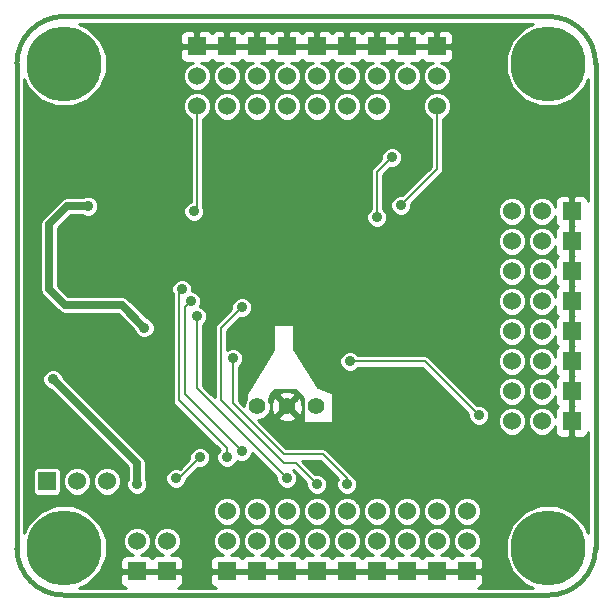
<source format=gbl>
G04 (created by PCBNEW (2013-03-19 BZR 4004)-stable) date 5/7/2013 1:55:13 PM*
%MOIN*%
G04 Gerber Fmt 3.4, Leading zero omitted, Abs format*
%FSLAX34Y34*%
G01*
G70*
G90*
G04 APERTURE LIST*
%ADD10C,2.3622e-006*%
%ADD11C,0.015*%
%ADD12C,0.25*%
%ADD13C,0.055*%
%ADD14R,0.06X0.06*%
%ADD15C,0.06*%
%ADD16C,0.035*%
%ADD17C,0.008*%
%ADD18C,0.025*%
%ADD19C,0.01*%
G04 APERTURE END LIST*
G54D10*
G54D11*
X67291Y-48716D02*
X67291Y-32574D01*
X49574Y-50291D02*
X65716Y-50291D01*
X48000Y-32574D02*
X48000Y-48716D01*
X65716Y-31000D02*
X49574Y-31000D01*
X48000Y-48716D02*
G75*
G03X49574Y-50291I1574J0D01*
G74*
G01*
X65716Y-50291D02*
G75*
G03X67291Y-48716I0J1574D01*
G74*
G01*
X67291Y-32574D02*
G75*
G03X65716Y-31000I-1574J0D01*
G74*
G01*
X49574Y-31000D02*
G75*
G03X48000Y-32574I0J-1574D01*
G74*
G01*
G54D12*
X65716Y-48716D03*
X65716Y-32574D03*
X49574Y-32574D03*
X49574Y-48716D03*
G54D13*
X56016Y-44000D03*
X57984Y-44000D03*
X57000Y-44000D03*
G54D14*
X55000Y-32000D03*
G54D15*
X55000Y-33000D03*
X55000Y-34000D03*
G54D14*
X49000Y-46500D03*
G54D15*
X50000Y-46500D03*
X51000Y-46500D03*
G54D14*
X62000Y-32000D03*
G54D15*
X62000Y-33000D03*
X62000Y-34000D03*
G54D14*
X66500Y-37500D03*
G54D15*
X65500Y-37500D03*
X64500Y-37500D03*
G54D14*
X66500Y-41500D03*
G54D15*
X65500Y-41500D03*
X64500Y-41500D03*
G54D14*
X66500Y-42500D03*
G54D15*
X65500Y-42500D03*
X64500Y-42500D03*
G54D14*
X66500Y-44500D03*
G54D15*
X65500Y-44500D03*
X64500Y-44500D03*
G54D14*
X66500Y-43500D03*
G54D15*
X65500Y-43500D03*
X64500Y-43500D03*
G54D14*
X63000Y-49500D03*
G54D15*
X63000Y-48500D03*
X63000Y-47500D03*
G54D14*
X62000Y-49500D03*
G54D15*
X62000Y-48500D03*
X62000Y-47500D03*
G54D14*
X60000Y-49500D03*
G54D15*
X60000Y-48500D03*
X60000Y-47500D03*
G54D14*
X61000Y-49500D03*
G54D15*
X61000Y-48500D03*
X61000Y-47500D03*
G54D14*
X59000Y-49500D03*
G54D15*
X59000Y-48500D03*
X59000Y-47500D03*
G54D14*
X66500Y-38500D03*
G54D15*
X65500Y-38500D03*
X64500Y-38500D03*
G54D14*
X66500Y-39500D03*
G54D15*
X65500Y-39500D03*
X64500Y-39500D03*
G54D14*
X66500Y-40500D03*
G54D15*
X65500Y-40500D03*
X64500Y-40500D03*
G54D14*
X58000Y-49500D03*
G54D15*
X58000Y-48500D03*
X58000Y-47500D03*
G54D14*
X57000Y-49500D03*
G54D15*
X57000Y-48500D03*
X57000Y-47500D03*
G54D14*
X56000Y-49500D03*
G54D15*
X56000Y-48500D03*
X56000Y-47500D03*
G54D14*
X55000Y-49500D03*
G54D15*
X55000Y-48500D03*
X55000Y-47500D03*
G54D14*
X54000Y-32000D03*
G54D15*
X54000Y-33000D03*
X54000Y-34000D03*
G54D14*
X60000Y-32000D03*
G54D15*
X60000Y-33000D03*
X60000Y-34000D03*
G54D14*
X59000Y-32000D03*
G54D15*
X59000Y-33000D03*
X59000Y-34000D03*
G54D14*
X58000Y-32000D03*
G54D15*
X58000Y-33000D03*
X58000Y-34000D03*
G54D14*
X56000Y-32000D03*
G54D15*
X56000Y-33000D03*
X56000Y-34000D03*
G54D14*
X52000Y-49500D03*
G54D15*
X52000Y-48500D03*
G54D14*
X53000Y-49500D03*
G54D15*
X53000Y-48500D03*
G54D14*
X57000Y-32000D03*
G54D15*
X57000Y-33000D03*
X57000Y-34000D03*
G54D14*
X61000Y-32000D03*
G54D15*
X61000Y-33000D03*
G54D16*
X53500Y-40100D03*
X55000Y-45700D03*
X53800Y-40500D03*
X55500Y-45500D03*
X57000Y-46400D03*
X54000Y-41000D03*
X55500Y-40700D03*
X58000Y-46600D03*
X59000Y-46600D03*
X55200Y-42400D03*
X60800Y-37300D03*
X59100Y-42500D03*
X63400Y-44300D03*
X53900Y-37500D03*
X53300Y-46400D03*
X54100Y-45700D03*
X52250Y-41375D03*
X50375Y-37325D03*
X52000Y-46600D03*
X49200Y-43100D03*
X60500Y-35700D03*
X60000Y-37700D03*
X63850Y-31500D03*
X66950Y-46600D03*
X48425Y-40950D03*
X48900Y-35800D03*
X62500Y-44850D03*
X53300Y-44300D03*
X52400Y-44700D03*
X60000Y-41100D03*
X56400Y-41200D03*
X55500Y-39200D03*
X55700Y-36500D03*
X51600Y-41500D03*
X51700Y-39900D03*
X50525Y-39200D03*
X66450Y-36050D03*
X58275Y-36475D03*
G54D17*
X53500Y-43900D02*
X55000Y-45400D01*
X55000Y-45400D02*
X55000Y-45700D01*
X53400Y-43800D02*
X53500Y-43900D01*
X53400Y-40200D02*
X53400Y-43800D01*
X53500Y-40100D02*
X53400Y-40200D01*
X53600Y-43100D02*
X53600Y-43600D01*
X53600Y-43600D02*
X55500Y-45500D01*
X53600Y-40700D02*
X53600Y-43100D01*
X53800Y-40500D02*
X53600Y-40700D01*
X54000Y-41000D02*
X54000Y-43400D01*
X54000Y-43400D02*
X54300Y-43700D01*
X57000Y-46400D02*
X56700Y-46100D01*
X54500Y-43900D02*
X54300Y-43700D01*
X55700Y-45100D02*
X54500Y-43900D01*
X56700Y-46100D02*
X55700Y-45100D01*
X58000Y-46600D02*
X57300Y-45900D01*
X54800Y-43800D02*
X54800Y-43300D01*
X56900Y-45900D02*
X54800Y-43800D01*
X57300Y-45900D02*
X56900Y-45900D01*
X54800Y-41400D02*
X54800Y-43300D01*
X55500Y-40700D02*
X54800Y-41400D01*
X59000Y-46400D02*
X59000Y-46600D01*
X58200Y-45600D02*
X59000Y-46400D01*
X56900Y-45600D02*
X58200Y-45600D01*
X55700Y-44400D02*
X56900Y-45600D01*
X55200Y-43900D02*
X55700Y-44400D01*
X55200Y-42400D02*
X55200Y-43900D01*
X62000Y-36100D02*
X62000Y-34000D01*
X60800Y-37300D02*
X62000Y-36100D01*
X61600Y-42500D02*
X59100Y-42500D01*
X63400Y-44300D02*
X61600Y-42500D01*
X54000Y-37400D02*
X54000Y-34000D01*
X53900Y-37500D02*
X54000Y-37400D01*
X53400Y-46400D02*
X53300Y-46400D01*
X54100Y-45700D02*
X53400Y-46400D01*
G54D18*
X50125Y-40625D02*
X51500Y-40625D01*
X51500Y-40625D02*
X52250Y-41375D01*
X50125Y-40625D02*
X49600Y-40625D01*
X49600Y-40625D02*
X49075Y-40100D01*
X50375Y-37325D02*
X49675Y-37325D01*
X49675Y-37325D02*
X49075Y-37925D01*
X49075Y-37925D02*
X49075Y-40100D01*
X52000Y-45900D02*
X52000Y-46600D01*
X51200Y-45100D02*
X52000Y-45900D01*
X49200Y-43100D02*
X51200Y-45100D01*
G54D17*
X60000Y-37700D02*
X60000Y-36200D01*
X60000Y-36200D02*
X60500Y-35700D01*
G54D10*
G36*
X67046Y-48216D02*
X66921Y-47913D01*
X66521Y-47513D01*
X66450Y-47483D01*
X66450Y-44987D01*
X66450Y-44550D01*
X66442Y-44550D01*
X66442Y-44450D01*
X66450Y-44450D01*
X66450Y-44012D01*
X66437Y-44000D01*
X66450Y-43987D01*
X66450Y-43550D01*
X66442Y-43550D01*
X66442Y-43450D01*
X66450Y-43450D01*
X66450Y-43012D01*
X66437Y-43000D01*
X66450Y-42987D01*
X66450Y-42550D01*
X66442Y-42550D01*
X66442Y-42450D01*
X66450Y-42450D01*
X66450Y-42012D01*
X66437Y-42000D01*
X66450Y-41987D01*
X66450Y-41550D01*
X66442Y-41550D01*
X66442Y-41450D01*
X66450Y-41450D01*
X66450Y-41012D01*
X66437Y-41000D01*
X66450Y-40987D01*
X66450Y-40550D01*
X66442Y-40550D01*
X66442Y-40450D01*
X66450Y-40450D01*
X66450Y-40012D01*
X66437Y-40000D01*
X66450Y-39987D01*
X66450Y-39550D01*
X66442Y-39550D01*
X66442Y-39450D01*
X66450Y-39450D01*
X66450Y-39012D01*
X66437Y-39000D01*
X66450Y-38987D01*
X66450Y-38550D01*
X66442Y-38550D01*
X66442Y-38450D01*
X66450Y-38450D01*
X66450Y-38012D01*
X66437Y-38000D01*
X66450Y-37987D01*
X66450Y-37550D01*
X66442Y-37550D01*
X66442Y-37450D01*
X66450Y-37450D01*
X66450Y-37012D01*
X66387Y-36950D01*
X66150Y-36949D01*
X66058Y-36987D01*
X65988Y-37058D01*
X65950Y-37150D01*
X65949Y-37249D01*
X65949Y-37358D01*
X65898Y-37234D01*
X65766Y-37101D01*
X65593Y-37030D01*
X65406Y-37029D01*
X65234Y-37101D01*
X65101Y-37233D01*
X65030Y-37406D01*
X65029Y-37593D01*
X65101Y-37765D01*
X65233Y-37898D01*
X65406Y-37969D01*
X65593Y-37970D01*
X65765Y-37898D01*
X65898Y-37766D01*
X65949Y-37641D01*
X65949Y-37750D01*
X65950Y-37849D01*
X65988Y-37941D01*
X66046Y-38000D01*
X65988Y-38058D01*
X65950Y-38150D01*
X65949Y-38249D01*
X65949Y-38358D01*
X65898Y-38234D01*
X65766Y-38101D01*
X65593Y-38030D01*
X65406Y-38029D01*
X65234Y-38101D01*
X65101Y-38233D01*
X65030Y-38406D01*
X65029Y-38593D01*
X65101Y-38765D01*
X65233Y-38898D01*
X65406Y-38969D01*
X65593Y-38970D01*
X65765Y-38898D01*
X65898Y-38766D01*
X65949Y-38641D01*
X65949Y-38750D01*
X65950Y-38849D01*
X65988Y-38941D01*
X66046Y-39000D01*
X65988Y-39058D01*
X65950Y-39150D01*
X65949Y-39249D01*
X65949Y-39358D01*
X65898Y-39234D01*
X65766Y-39101D01*
X65593Y-39030D01*
X65406Y-39029D01*
X65234Y-39101D01*
X65101Y-39233D01*
X65030Y-39406D01*
X65029Y-39593D01*
X65101Y-39765D01*
X65233Y-39898D01*
X65406Y-39969D01*
X65593Y-39970D01*
X65765Y-39898D01*
X65898Y-39766D01*
X65949Y-39641D01*
X65949Y-39750D01*
X65950Y-39849D01*
X65988Y-39941D01*
X66046Y-40000D01*
X65988Y-40058D01*
X65950Y-40150D01*
X65949Y-40249D01*
X65949Y-40358D01*
X65898Y-40234D01*
X65766Y-40101D01*
X65593Y-40030D01*
X65406Y-40029D01*
X65234Y-40101D01*
X65101Y-40233D01*
X65030Y-40406D01*
X65029Y-40593D01*
X65101Y-40765D01*
X65233Y-40898D01*
X65406Y-40969D01*
X65593Y-40970D01*
X65765Y-40898D01*
X65898Y-40766D01*
X65949Y-40641D01*
X65949Y-40750D01*
X65950Y-40849D01*
X65988Y-40941D01*
X66046Y-41000D01*
X65988Y-41058D01*
X65950Y-41150D01*
X65949Y-41249D01*
X65949Y-41358D01*
X65898Y-41234D01*
X65766Y-41101D01*
X65593Y-41030D01*
X65406Y-41029D01*
X65234Y-41101D01*
X65101Y-41233D01*
X65030Y-41406D01*
X65029Y-41593D01*
X65101Y-41765D01*
X65233Y-41898D01*
X65406Y-41969D01*
X65593Y-41970D01*
X65765Y-41898D01*
X65898Y-41766D01*
X65949Y-41641D01*
X65949Y-41750D01*
X65950Y-41849D01*
X65988Y-41941D01*
X66046Y-42000D01*
X65988Y-42058D01*
X65950Y-42150D01*
X65949Y-42249D01*
X65949Y-42358D01*
X65898Y-42234D01*
X65766Y-42101D01*
X65593Y-42030D01*
X65406Y-42029D01*
X65234Y-42101D01*
X65101Y-42233D01*
X65030Y-42406D01*
X65029Y-42593D01*
X65101Y-42765D01*
X65233Y-42898D01*
X65406Y-42969D01*
X65593Y-42970D01*
X65765Y-42898D01*
X65898Y-42766D01*
X65949Y-42641D01*
X65949Y-42750D01*
X65950Y-42849D01*
X65988Y-42941D01*
X66046Y-43000D01*
X65988Y-43058D01*
X65950Y-43150D01*
X65949Y-43249D01*
X65949Y-43358D01*
X65898Y-43234D01*
X65766Y-43101D01*
X65593Y-43030D01*
X65406Y-43029D01*
X65234Y-43101D01*
X65101Y-43233D01*
X65030Y-43406D01*
X65029Y-43593D01*
X65101Y-43765D01*
X65233Y-43898D01*
X65406Y-43969D01*
X65593Y-43970D01*
X65765Y-43898D01*
X65898Y-43766D01*
X65949Y-43641D01*
X65949Y-43750D01*
X65950Y-43849D01*
X65988Y-43941D01*
X66046Y-44000D01*
X65988Y-44058D01*
X65950Y-44150D01*
X65949Y-44249D01*
X65949Y-44358D01*
X65898Y-44234D01*
X65766Y-44101D01*
X65593Y-44030D01*
X65406Y-44029D01*
X65234Y-44101D01*
X65101Y-44233D01*
X65030Y-44406D01*
X65029Y-44593D01*
X65101Y-44765D01*
X65233Y-44898D01*
X65406Y-44969D01*
X65593Y-44970D01*
X65765Y-44898D01*
X65898Y-44766D01*
X65949Y-44641D01*
X65949Y-44750D01*
X65950Y-44849D01*
X65988Y-44941D01*
X66058Y-45012D01*
X66150Y-45050D01*
X66387Y-45050D01*
X66450Y-44987D01*
X66450Y-47483D01*
X66000Y-47296D01*
X65435Y-47296D01*
X64970Y-47488D01*
X64970Y-44406D01*
X64970Y-43406D01*
X64970Y-42406D01*
X64970Y-41406D01*
X64970Y-40406D01*
X64970Y-39406D01*
X64970Y-38406D01*
X64970Y-37406D01*
X64898Y-37234D01*
X64766Y-37101D01*
X64593Y-37030D01*
X64406Y-37029D01*
X64234Y-37101D01*
X64101Y-37233D01*
X64030Y-37406D01*
X64029Y-37593D01*
X64101Y-37765D01*
X64233Y-37898D01*
X64406Y-37969D01*
X64593Y-37970D01*
X64765Y-37898D01*
X64898Y-37766D01*
X64969Y-37593D01*
X64970Y-37406D01*
X64970Y-38406D01*
X64898Y-38234D01*
X64766Y-38101D01*
X64593Y-38030D01*
X64406Y-38029D01*
X64234Y-38101D01*
X64101Y-38233D01*
X64030Y-38406D01*
X64029Y-38593D01*
X64101Y-38765D01*
X64233Y-38898D01*
X64406Y-38969D01*
X64593Y-38970D01*
X64765Y-38898D01*
X64898Y-38766D01*
X64969Y-38593D01*
X64970Y-38406D01*
X64970Y-39406D01*
X64898Y-39234D01*
X64766Y-39101D01*
X64593Y-39030D01*
X64406Y-39029D01*
X64234Y-39101D01*
X64101Y-39233D01*
X64030Y-39406D01*
X64029Y-39593D01*
X64101Y-39765D01*
X64233Y-39898D01*
X64406Y-39969D01*
X64593Y-39970D01*
X64765Y-39898D01*
X64898Y-39766D01*
X64969Y-39593D01*
X64970Y-39406D01*
X64970Y-40406D01*
X64898Y-40234D01*
X64766Y-40101D01*
X64593Y-40030D01*
X64406Y-40029D01*
X64234Y-40101D01*
X64101Y-40233D01*
X64030Y-40406D01*
X64029Y-40593D01*
X64101Y-40765D01*
X64233Y-40898D01*
X64406Y-40969D01*
X64593Y-40970D01*
X64765Y-40898D01*
X64898Y-40766D01*
X64969Y-40593D01*
X64970Y-40406D01*
X64970Y-41406D01*
X64898Y-41234D01*
X64766Y-41101D01*
X64593Y-41030D01*
X64406Y-41029D01*
X64234Y-41101D01*
X64101Y-41233D01*
X64030Y-41406D01*
X64029Y-41593D01*
X64101Y-41765D01*
X64233Y-41898D01*
X64406Y-41969D01*
X64593Y-41970D01*
X64765Y-41898D01*
X64898Y-41766D01*
X64969Y-41593D01*
X64970Y-41406D01*
X64970Y-42406D01*
X64898Y-42234D01*
X64766Y-42101D01*
X64593Y-42030D01*
X64406Y-42029D01*
X64234Y-42101D01*
X64101Y-42233D01*
X64030Y-42406D01*
X64029Y-42593D01*
X64101Y-42765D01*
X64233Y-42898D01*
X64406Y-42969D01*
X64593Y-42970D01*
X64765Y-42898D01*
X64898Y-42766D01*
X64969Y-42593D01*
X64970Y-42406D01*
X64970Y-43406D01*
X64898Y-43234D01*
X64766Y-43101D01*
X64593Y-43030D01*
X64406Y-43029D01*
X64234Y-43101D01*
X64101Y-43233D01*
X64030Y-43406D01*
X64029Y-43593D01*
X64101Y-43765D01*
X64233Y-43898D01*
X64406Y-43969D01*
X64593Y-43970D01*
X64765Y-43898D01*
X64898Y-43766D01*
X64969Y-43593D01*
X64970Y-43406D01*
X64970Y-44406D01*
X64898Y-44234D01*
X64766Y-44101D01*
X64593Y-44030D01*
X64406Y-44029D01*
X64234Y-44101D01*
X64101Y-44233D01*
X64030Y-44406D01*
X64029Y-44593D01*
X64101Y-44765D01*
X64233Y-44898D01*
X64406Y-44969D01*
X64593Y-44970D01*
X64765Y-44898D01*
X64898Y-44766D01*
X64969Y-44593D01*
X64970Y-44406D01*
X64970Y-47488D01*
X64913Y-47512D01*
X64513Y-47911D01*
X64296Y-48432D01*
X64296Y-48997D01*
X64512Y-49519D01*
X64911Y-49919D01*
X65216Y-50046D01*
X63745Y-50046D01*
X63745Y-44231D01*
X63692Y-44104D01*
X63595Y-44007D01*
X63468Y-43955D01*
X63351Y-43954D01*
X62550Y-43153D01*
X62550Y-32349D01*
X62550Y-31650D01*
X62512Y-31558D01*
X62441Y-31488D01*
X62349Y-31450D01*
X62250Y-31449D01*
X62112Y-31450D01*
X62050Y-31512D01*
X62050Y-31950D01*
X62487Y-31950D01*
X62550Y-31887D01*
X62550Y-31650D01*
X62550Y-32349D01*
X62550Y-32112D01*
X62487Y-32050D01*
X62050Y-32050D01*
X62050Y-32057D01*
X61950Y-32057D01*
X61950Y-32050D01*
X61950Y-31950D01*
X61950Y-31512D01*
X61887Y-31450D01*
X61749Y-31449D01*
X61650Y-31450D01*
X61558Y-31488D01*
X61500Y-31546D01*
X61441Y-31488D01*
X61349Y-31450D01*
X61250Y-31449D01*
X61112Y-31450D01*
X61050Y-31512D01*
X61050Y-31950D01*
X61487Y-31950D01*
X61500Y-31937D01*
X61512Y-31950D01*
X61950Y-31950D01*
X61950Y-32050D01*
X61512Y-32050D01*
X61500Y-32062D01*
X61487Y-32050D01*
X61050Y-32050D01*
X61050Y-32057D01*
X60950Y-32057D01*
X60950Y-32050D01*
X60950Y-31950D01*
X60950Y-31512D01*
X60887Y-31450D01*
X60749Y-31449D01*
X60650Y-31450D01*
X60558Y-31488D01*
X60500Y-31546D01*
X60441Y-31488D01*
X60349Y-31450D01*
X60250Y-31449D01*
X60112Y-31450D01*
X60050Y-31512D01*
X60050Y-31950D01*
X60487Y-31950D01*
X60500Y-31937D01*
X60512Y-31950D01*
X60950Y-31950D01*
X60950Y-32050D01*
X60512Y-32050D01*
X60500Y-32062D01*
X60487Y-32050D01*
X60050Y-32050D01*
X60050Y-32057D01*
X59950Y-32057D01*
X59950Y-32050D01*
X59950Y-31950D01*
X59950Y-31512D01*
X59887Y-31450D01*
X59749Y-31449D01*
X59650Y-31450D01*
X59558Y-31488D01*
X59500Y-31546D01*
X59441Y-31488D01*
X59349Y-31450D01*
X59250Y-31449D01*
X59112Y-31450D01*
X59050Y-31512D01*
X59050Y-31950D01*
X59487Y-31950D01*
X59500Y-31937D01*
X59512Y-31950D01*
X59950Y-31950D01*
X59950Y-32050D01*
X59512Y-32050D01*
X59500Y-32062D01*
X59487Y-32050D01*
X59050Y-32050D01*
X59050Y-32057D01*
X58950Y-32057D01*
X58950Y-32050D01*
X58950Y-31950D01*
X58950Y-31512D01*
X58887Y-31450D01*
X58749Y-31449D01*
X58650Y-31450D01*
X58558Y-31488D01*
X58500Y-31546D01*
X58441Y-31488D01*
X58349Y-31450D01*
X58250Y-31449D01*
X58112Y-31450D01*
X58050Y-31512D01*
X58050Y-31950D01*
X58487Y-31950D01*
X58500Y-31937D01*
X58512Y-31950D01*
X58950Y-31950D01*
X58950Y-32050D01*
X58512Y-32050D01*
X58500Y-32062D01*
X58487Y-32050D01*
X58050Y-32050D01*
X58050Y-32057D01*
X57950Y-32057D01*
X57950Y-32050D01*
X57950Y-31950D01*
X57950Y-31512D01*
X57887Y-31450D01*
X57749Y-31449D01*
X57650Y-31450D01*
X57558Y-31488D01*
X57500Y-31546D01*
X57441Y-31488D01*
X57349Y-31450D01*
X57250Y-31449D01*
X57112Y-31450D01*
X57050Y-31512D01*
X57050Y-31950D01*
X57487Y-31950D01*
X57500Y-31937D01*
X57512Y-31950D01*
X57950Y-31950D01*
X57950Y-32050D01*
X57512Y-32050D01*
X57500Y-32062D01*
X57487Y-32050D01*
X57050Y-32050D01*
X57050Y-32057D01*
X56950Y-32057D01*
X56950Y-32050D01*
X56950Y-31950D01*
X56950Y-31512D01*
X56887Y-31450D01*
X56749Y-31449D01*
X56650Y-31450D01*
X56558Y-31488D01*
X56500Y-31546D01*
X56441Y-31488D01*
X56349Y-31450D01*
X56250Y-31449D01*
X56112Y-31450D01*
X56050Y-31512D01*
X56050Y-31950D01*
X56487Y-31950D01*
X56500Y-31937D01*
X56512Y-31950D01*
X56950Y-31950D01*
X56950Y-32050D01*
X56512Y-32050D01*
X56500Y-32062D01*
X56487Y-32050D01*
X56050Y-32050D01*
X56050Y-32057D01*
X55950Y-32057D01*
X55950Y-32050D01*
X55950Y-31950D01*
X55950Y-31512D01*
X55887Y-31450D01*
X55749Y-31449D01*
X55650Y-31450D01*
X55558Y-31488D01*
X55500Y-31546D01*
X55441Y-31488D01*
X55349Y-31450D01*
X55250Y-31449D01*
X55112Y-31450D01*
X55050Y-31512D01*
X55050Y-31950D01*
X55487Y-31950D01*
X55500Y-31937D01*
X55512Y-31950D01*
X55950Y-31950D01*
X55950Y-32050D01*
X55512Y-32050D01*
X55500Y-32062D01*
X55487Y-32050D01*
X55050Y-32050D01*
X55050Y-32057D01*
X54950Y-32057D01*
X54950Y-32050D01*
X54950Y-31950D01*
X54950Y-31512D01*
X54887Y-31450D01*
X54749Y-31449D01*
X54650Y-31450D01*
X54558Y-31488D01*
X54500Y-31546D01*
X54441Y-31488D01*
X54349Y-31450D01*
X54250Y-31449D01*
X54112Y-31450D01*
X54050Y-31512D01*
X54050Y-31950D01*
X54487Y-31950D01*
X54500Y-31937D01*
X54512Y-31950D01*
X54950Y-31950D01*
X54950Y-32050D01*
X54512Y-32050D01*
X54500Y-32062D01*
X54487Y-32050D01*
X54050Y-32050D01*
X54050Y-32057D01*
X53950Y-32057D01*
X53950Y-32050D01*
X53950Y-31950D01*
X53950Y-31512D01*
X53887Y-31450D01*
X53749Y-31449D01*
X53650Y-31450D01*
X53558Y-31488D01*
X53487Y-31558D01*
X53449Y-31650D01*
X53450Y-31887D01*
X53512Y-31950D01*
X53950Y-31950D01*
X53950Y-32050D01*
X53512Y-32050D01*
X53450Y-32112D01*
X53449Y-32349D01*
X53487Y-32441D01*
X53558Y-32511D01*
X53650Y-32549D01*
X53749Y-32550D01*
X53858Y-32550D01*
X53734Y-32601D01*
X53601Y-32733D01*
X53530Y-32906D01*
X53529Y-33093D01*
X53601Y-33265D01*
X53733Y-33398D01*
X53906Y-33469D01*
X54093Y-33470D01*
X54265Y-33398D01*
X54398Y-33266D01*
X54469Y-33093D01*
X54470Y-32906D01*
X54398Y-32734D01*
X54266Y-32601D01*
X54141Y-32550D01*
X54250Y-32550D01*
X54349Y-32549D01*
X54441Y-32511D01*
X54500Y-32453D01*
X54558Y-32511D01*
X54650Y-32549D01*
X54749Y-32550D01*
X54858Y-32550D01*
X54734Y-32601D01*
X54601Y-32733D01*
X54530Y-32906D01*
X54529Y-33093D01*
X54601Y-33265D01*
X54733Y-33398D01*
X54906Y-33469D01*
X55093Y-33470D01*
X55265Y-33398D01*
X55398Y-33266D01*
X55469Y-33093D01*
X55470Y-32906D01*
X55398Y-32734D01*
X55266Y-32601D01*
X55141Y-32550D01*
X55250Y-32550D01*
X55349Y-32549D01*
X55441Y-32511D01*
X55500Y-32453D01*
X55558Y-32511D01*
X55650Y-32549D01*
X55749Y-32550D01*
X55858Y-32550D01*
X55734Y-32601D01*
X55601Y-32733D01*
X55530Y-32906D01*
X55529Y-33093D01*
X55601Y-33265D01*
X55733Y-33398D01*
X55906Y-33469D01*
X56093Y-33470D01*
X56265Y-33398D01*
X56398Y-33266D01*
X56469Y-33093D01*
X56470Y-32906D01*
X56398Y-32734D01*
X56266Y-32601D01*
X56141Y-32550D01*
X56250Y-32550D01*
X56349Y-32549D01*
X56441Y-32511D01*
X56500Y-32453D01*
X56558Y-32511D01*
X56650Y-32549D01*
X56749Y-32550D01*
X56858Y-32550D01*
X56734Y-32601D01*
X56601Y-32733D01*
X56530Y-32906D01*
X56529Y-33093D01*
X56601Y-33265D01*
X56733Y-33398D01*
X56906Y-33469D01*
X57093Y-33470D01*
X57265Y-33398D01*
X57398Y-33266D01*
X57469Y-33093D01*
X57470Y-32906D01*
X57398Y-32734D01*
X57266Y-32601D01*
X57141Y-32550D01*
X57250Y-32550D01*
X57349Y-32549D01*
X57441Y-32511D01*
X57500Y-32453D01*
X57558Y-32511D01*
X57650Y-32549D01*
X57749Y-32550D01*
X57858Y-32550D01*
X57734Y-32601D01*
X57601Y-32733D01*
X57530Y-32906D01*
X57529Y-33093D01*
X57601Y-33265D01*
X57733Y-33398D01*
X57906Y-33469D01*
X58093Y-33470D01*
X58265Y-33398D01*
X58398Y-33266D01*
X58469Y-33093D01*
X58470Y-32906D01*
X58398Y-32734D01*
X58266Y-32601D01*
X58141Y-32550D01*
X58250Y-32550D01*
X58349Y-32549D01*
X58441Y-32511D01*
X58500Y-32453D01*
X58558Y-32511D01*
X58650Y-32549D01*
X58749Y-32550D01*
X58858Y-32550D01*
X58734Y-32601D01*
X58601Y-32733D01*
X58530Y-32906D01*
X58529Y-33093D01*
X58601Y-33265D01*
X58733Y-33398D01*
X58906Y-33469D01*
X59093Y-33470D01*
X59265Y-33398D01*
X59398Y-33266D01*
X59469Y-33093D01*
X59470Y-32906D01*
X59398Y-32734D01*
X59266Y-32601D01*
X59141Y-32550D01*
X59250Y-32550D01*
X59349Y-32549D01*
X59441Y-32511D01*
X59500Y-32453D01*
X59558Y-32511D01*
X59650Y-32549D01*
X59749Y-32550D01*
X59858Y-32550D01*
X59734Y-32601D01*
X59601Y-32733D01*
X59530Y-32906D01*
X59529Y-33093D01*
X59601Y-33265D01*
X59733Y-33398D01*
X59906Y-33469D01*
X60093Y-33470D01*
X60265Y-33398D01*
X60398Y-33266D01*
X60469Y-33093D01*
X60470Y-32906D01*
X60398Y-32734D01*
X60266Y-32601D01*
X60141Y-32550D01*
X60250Y-32550D01*
X60349Y-32549D01*
X60441Y-32511D01*
X60500Y-32453D01*
X60558Y-32511D01*
X60650Y-32549D01*
X60749Y-32550D01*
X60858Y-32550D01*
X60734Y-32601D01*
X60601Y-32733D01*
X60530Y-32906D01*
X60529Y-33093D01*
X60601Y-33265D01*
X60733Y-33398D01*
X60906Y-33469D01*
X61093Y-33470D01*
X61265Y-33398D01*
X61398Y-33266D01*
X61469Y-33093D01*
X61470Y-32906D01*
X61398Y-32734D01*
X61266Y-32601D01*
X61141Y-32550D01*
X61250Y-32550D01*
X61349Y-32549D01*
X61441Y-32511D01*
X61500Y-32453D01*
X61558Y-32511D01*
X61650Y-32549D01*
X61749Y-32550D01*
X61858Y-32550D01*
X61734Y-32601D01*
X61601Y-32733D01*
X61530Y-32906D01*
X61529Y-33093D01*
X61601Y-33265D01*
X61733Y-33398D01*
X61906Y-33469D01*
X62093Y-33470D01*
X62265Y-33398D01*
X62398Y-33266D01*
X62469Y-33093D01*
X62470Y-32906D01*
X62398Y-32734D01*
X62266Y-32601D01*
X62141Y-32550D01*
X62250Y-32550D01*
X62349Y-32549D01*
X62441Y-32511D01*
X62512Y-32441D01*
X62550Y-32349D01*
X62550Y-43153D01*
X62470Y-43073D01*
X62470Y-33906D01*
X62398Y-33734D01*
X62266Y-33601D01*
X62093Y-33530D01*
X61906Y-33529D01*
X61734Y-33601D01*
X61601Y-33733D01*
X61530Y-33906D01*
X61529Y-34093D01*
X61601Y-34265D01*
X61733Y-34398D01*
X61790Y-34421D01*
X61790Y-36013D01*
X60847Y-36955D01*
X60845Y-36955D01*
X60845Y-35631D01*
X60792Y-35504D01*
X60695Y-35407D01*
X60568Y-35355D01*
X60470Y-35354D01*
X60470Y-33906D01*
X60398Y-33734D01*
X60266Y-33601D01*
X60093Y-33530D01*
X59906Y-33529D01*
X59734Y-33601D01*
X59601Y-33733D01*
X59530Y-33906D01*
X59529Y-34093D01*
X59601Y-34265D01*
X59733Y-34398D01*
X59906Y-34469D01*
X60093Y-34470D01*
X60265Y-34398D01*
X60398Y-34266D01*
X60469Y-34093D01*
X60470Y-33906D01*
X60470Y-35354D01*
X60431Y-35354D01*
X60304Y-35407D01*
X60207Y-35504D01*
X60155Y-35631D01*
X60154Y-35748D01*
X59851Y-36051D01*
X59805Y-36119D01*
X59790Y-36200D01*
X59790Y-37422D01*
X59707Y-37504D01*
X59655Y-37631D01*
X59654Y-37768D01*
X59707Y-37895D01*
X59804Y-37992D01*
X59931Y-38044D01*
X60068Y-38045D01*
X60195Y-37992D01*
X60292Y-37895D01*
X60344Y-37768D01*
X60345Y-37631D01*
X60292Y-37504D01*
X60210Y-37422D01*
X60210Y-36286D01*
X60452Y-36044D01*
X60568Y-36045D01*
X60695Y-35992D01*
X60792Y-35895D01*
X60844Y-35768D01*
X60845Y-35631D01*
X60845Y-36955D01*
X60731Y-36954D01*
X60604Y-37007D01*
X60507Y-37104D01*
X60455Y-37231D01*
X60454Y-37368D01*
X60507Y-37495D01*
X60604Y-37592D01*
X60731Y-37644D01*
X60868Y-37645D01*
X60995Y-37592D01*
X61092Y-37495D01*
X61144Y-37368D01*
X61145Y-37251D01*
X62148Y-36248D01*
X62148Y-36248D01*
X62148Y-36248D01*
X62194Y-36180D01*
X62194Y-36180D01*
X62206Y-36115D01*
X62210Y-36100D01*
X62209Y-36100D01*
X62210Y-36100D01*
X62210Y-34421D01*
X62265Y-34398D01*
X62398Y-34266D01*
X62469Y-34093D01*
X62470Y-33906D01*
X62470Y-43073D01*
X61748Y-42351D01*
X61680Y-42305D01*
X61600Y-42290D01*
X59470Y-42290D01*
X59470Y-33906D01*
X59398Y-33734D01*
X59266Y-33601D01*
X59093Y-33530D01*
X58906Y-33529D01*
X58734Y-33601D01*
X58601Y-33733D01*
X58530Y-33906D01*
X58529Y-34093D01*
X58601Y-34265D01*
X58733Y-34398D01*
X58906Y-34469D01*
X59093Y-34470D01*
X59265Y-34398D01*
X59398Y-34266D01*
X59469Y-34093D01*
X59470Y-33906D01*
X59470Y-42290D01*
X59377Y-42290D01*
X59295Y-42207D01*
X59168Y-42155D01*
X59031Y-42154D01*
X58904Y-42207D01*
X58807Y-42304D01*
X58755Y-42431D01*
X58754Y-42568D01*
X58807Y-42695D01*
X58904Y-42792D01*
X59031Y-42844D01*
X59168Y-42845D01*
X59295Y-42792D01*
X59377Y-42710D01*
X61513Y-42710D01*
X63055Y-44252D01*
X63054Y-44368D01*
X63107Y-44495D01*
X63204Y-44592D01*
X63331Y-44644D01*
X63468Y-44645D01*
X63595Y-44592D01*
X63692Y-44495D01*
X63744Y-44368D01*
X63745Y-44231D01*
X63745Y-50046D01*
X63358Y-50046D01*
X63441Y-50011D01*
X63512Y-49941D01*
X63550Y-49849D01*
X63550Y-49150D01*
X63512Y-49058D01*
X63441Y-48988D01*
X63349Y-48950D01*
X63250Y-48949D01*
X63141Y-48949D01*
X63265Y-48898D01*
X63398Y-48766D01*
X63469Y-48593D01*
X63470Y-48406D01*
X63470Y-47406D01*
X63398Y-47234D01*
X63266Y-47101D01*
X63093Y-47030D01*
X62906Y-47029D01*
X62734Y-47101D01*
X62601Y-47233D01*
X62530Y-47406D01*
X62529Y-47593D01*
X62601Y-47765D01*
X62733Y-47898D01*
X62906Y-47969D01*
X63093Y-47970D01*
X63265Y-47898D01*
X63398Y-47766D01*
X63469Y-47593D01*
X63470Y-47406D01*
X63470Y-48406D01*
X63398Y-48234D01*
X63266Y-48101D01*
X63093Y-48030D01*
X62906Y-48029D01*
X62734Y-48101D01*
X62601Y-48233D01*
X62530Y-48406D01*
X62529Y-48593D01*
X62601Y-48765D01*
X62733Y-48898D01*
X62858Y-48949D01*
X62749Y-48949D01*
X62650Y-48950D01*
X62558Y-48988D01*
X62500Y-49046D01*
X62441Y-48988D01*
X62349Y-48950D01*
X62250Y-48949D01*
X62141Y-48949D01*
X62265Y-48898D01*
X62398Y-48766D01*
X62469Y-48593D01*
X62470Y-48406D01*
X62470Y-47406D01*
X62398Y-47234D01*
X62266Y-47101D01*
X62093Y-47030D01*
X61906Y-47029D01*
X61734Y-47101D01*
X61601Y-47233D01*
X61530Y-47406D01*
X61529Y-47593D01*
X61601Y-47765D01*
X61733Y-47898D01*
X61906Y-47969D01*
X62093Y-47970D01*
X62265Y-47898D01*
X62398Y-47766D01*
X62469Y-47593D01*
X62470Y-47406D01*
X62470Y-48406D01*
X62398Y-48234D01*
X62266Y-48101D01*
X62093Y-48030D01*
X61906Y-48029D01*
X61734Y-48101D01*
X61601Y-48233D01*
X61530Y-48406D01*
X61529Y-48593D01*
X61601Y-48765D01*
X61733Y-48898D01*
X61858Y-48949D01*
X61749Y-48949D01*
X61650Y-48950D01*
X61558Y-48988D01*
X61500Y-49046D01*
X61441Y-48988D01*
X61349Y-48950D01*
X61250Y-48949D01*
X61141Y-48949D01*
X61265Y-48898D01*
X61398Y-48766D01*
X61469Y-48593D01*
X61470Y-48406D01*
X61470Y-47406D01*
X61398Y-47234D01*
X61266Y-47101D01*
X61093Y-47030D01*
X60906Y-47029D01*
X60734Y-47101D01*
X60601Y-47233D01*
X60530Y-47406D01*
X60529Y-47593D01*
X60601Y-47765D01*
X60733Y-47898D01*
X60906Y-47969D01*
X61093Y-47970D01*
X61265Y-47898D01*
X61398Y-47766D01*
X61469Y-47593D01*
X61470Y-47406D01*
X61470Y-48406D01*
X61398Y-48234D01*
X61266Y-48101D01*
X61093Y-48030D01*
X60906Y-48029D01*
X60734Y-48101D01*
X60601Y-48233D01*
X60530Y-48406D01*
X60529Y-48593D01*
X60601Y-48765D01*
X60733Y-48898D01*
X60858Y-48949D01*
X60749Y-48949D01*
X60650Y-48950D01*
X60558Y-48988D01*
X60500Y-49046D01*
X60441Y-48988D01*
X60349Y-48950D01*
X60250Y-48949D01*
X60141Y-48949D01*
X60265Y-48898D01*
X60398Y-48766D01*
X60469Y-48593D01*
X60470Y-48406D01*
X60470Y-47406D01*
X60398Y-47234D01*
X60266Y-47101D01*
X60093Y-47030D01*
X59906Y-47029D01*
X59734Y-47101D01*
X59601Y-47233D01*
X59530Y-47406D01*
X59529Y-47593D01*
X59601Y-47765D01*
X59733Y-47898D01*
X59906Y-47969D01*
X60093Y-47970D01*
X60265Y-47898D01*
X60398Y-47766D01*
X60469Y-47593D01*
X60470Y-47406D01*
X60470Y-48406D01*
X60398Y-48234D01*
X60266Y-48101D01*
X60093Y-48030D01*
X59906Y-48029D01*
X59734Y-48101D01*
X59601Y-48233D01*
X59530Y-48406D01*
X59529Y-48593D01*
X59601Y-48765D01*
X59733Y-48898D01*
X59858Y-48949D01*
X59749Y-48949D01*
X59650Y-48950D01*
X59558Y-48988D01*
X59500Y-49046D01*
X59441Y-48988D01*
X59349Y-48950D01*
X59250Y-48949D01*
X59141Y-48949D01*
X59265Y-48898D01*
X59398Y-48766D01*
X59469Y-48593D01*
X59470Y-48406D01*
X59470Y-47406D01*
X59398Y-47234D01*
X59345Y-47180D01*
X59345Y-46531D01*
X59292Y-46404D01*
X59195Y-46307D01*
X59182Y-46302D01*
X59148Y-46251D01*
X59148Y-46251D01*
X58348Y-45451D01*
X58280Y-45405D01*
X58200Y-45390D01*
X57529Y-45390D01*
X57529Y-44075D01*
X57518Y-43867D01*
X57460Y-43727D01*
X57367Y-43702D01*
X57297Y-43773D01*
X57297Y-43632D01*
X57272Y-43539D01*
X57075Y-43470D01*
X56867Y-43481D01*
X56727Y-43539D01*
X56702Y-43632D01*
X57000Y-43929D01*
X57297Y-43632D01*
X57297Y-43773D01*
X57070Y-44000D01*
X57367Y-44297D01*
X57460Y-44272D01*
X57529Y-44075D01*
X57529Y-45390D01*
X57297Y-45390D01*
X57297Y-44367D01*
X57000Y-44070D01*
X56929Y-44141D01*
X56929Y-44000D01*
X56632Y-43702D01*
X56539Y-43727D01*
X56470Y-43924D01*
X56481Y-44132D01*
X56539Y-44272D01*
X56632Y-44297D01*
X56929Y-44000D01*
X56929Y-44141D01*
X56702Y-44367D01*
X56727Y-44460D01*
X56924Y-44529D01*
X57132Y-44518D01*
X57272Y-44460D01*
X57297Y-44367D01*
X57297Y-45390D01*
X56986Y-45390D01*
X56042Y-44445D01*
X56104Y-44445D01*
X56267Y-44377D01*
X56295Y-44350D01*
X56343Y-44350D01*
X56351Y-44293D01*
X56393Y-44252D01*
X56460Y-44088D01*
X56461Y-43911D01*
X56420Y-43812D01*
X56447Y-43623D01*
X56620Y-43450D01*
X57279Y-43450D01*
X57550Y-43720D01*
X57550Y-43884D01*
X57539Y-43911D01*
X57538Y-44088D01*
X57550Y-44114D01*
X57550Y-44550D01*
X58550Y-44550D01*
X58550Y-43566D01*
X58470Y-43534D01*
X58470Y-33906D01*
X58398Y-33734D01*
X58266Y-33601D01*
X58093Y-33530D01*
X57906Y-33529D01*
X57734Y-33601D01*
X57601Y-33733D01*
X57530Y-33906D01*
X57529Y-34093D01*
X57601Y-34265D01*
X57733Y-34398D01*
X57906Y-34469D01*
X58093Y-34470D01*
X58265Y-34398D01*
X58398Y-34266D01*
X58469Y-34093D01*
X58470Y-33906D01*
X58470Y-43534D01*
X58033Y-43359D01*
X57470Y-42443D01*
X57470Y-33906D01*
X57398Y-33734D01*
X57266Y-33601D01*
X57093Y-33530D01*
X56906Y-33529D01*
X56734Y-33601D01*
X56601Y-33733D01*
X56530Y-33906D01*
X56529Y-34093D01*
X56601Y-34265D01*
X56733Y-34398D01*
X56906Y-34469D01*
X57093Y-34470D01*
X57265Y-34398D01*
X57398Y-34266D01*
X57469Y-34093D01*
X57470Y-33906D01*
X57470Y-42443D01*
X57250Y-42085D01*
X57250Y-41250D01*
X56550Y-41250D01*
X56550Y-42086D01*
X56470Y-42219D01*
X56470Y-33906D01*
X56398Y-33734D01*
X56266Y-33601D01*
X56093Y-33530D01*
X55906Y-33529D01*
X55734Y-33601D01*
X55601Y-33733D01*
X55530Y-33906D01*
X55529Y-34093D01*
X55601Y-34265D01*
X55733Y-34398D01*
X55906Y-34469D01*
X56093Y-34470D01*
X56265Y-34398D01*
X56398Y-34266D01*
X56469Y-34093D01*
X56470Y-33906D01*
X56470Y-42219D01*
X55650Y-43586D01*
X55650Y-43736D01*
X55638Y-43747D01*
X55571Y-43911D01*
X55571Y-43974D01*
X55410Y-43813D01*
X55410Y-42677D01*
X55492Y-42595D01*
X55544Y-42468D01*
X55545Y-42331D01*
X55492Y-42204D01*
X55395Y-42107D01*
X55268Y-42055D01*
X55131Y-42054D01*
X55010Y-42105D01*
X55010Y-41486D01*
X55452Y-41044D01*
X55568Y-41045D01*
X55695Y-40992D01*
X55792Y-40895D01*
X55844Y-40768D01*
X55845Y-40631D01*
X55792Y-40504D01*
X55695Y-40407D01*
X55568Y-40355D01*
X55470Y-40354D01*
X55470Y-33906D01*
X55398Y-33734D01*
X55266Y-33601D01*
X55093Y-33530D01*
X54906Y-33529D01*
X54734Y-33601D01*
X54601Y-33733D01*
X54530Y-33906D01*
X54529Y-34093D01*
X54601Y-34265D01*
X54733Y-34398D01*
X54906Y-34469D01*
X55093Y-34470D01*
X55265Y-34398D01*
X55398Y-34266D01*
X55469Y-34093D01*
X55470Y-33906D01*
X55470Y-40354D01*
X55431Y-40354D01*
X55304Y-40407D01*
X55207Y-40504D01*
X55155Y-40631D01*
X55154Y-40748D01*
X54651Y-41251D01*
X54605Y-41319D01*
X54590Y-41400D01*
X54590Y-43300D01*
X54590Y-43693D01*
X54470Y-43573D01*
X54470Y-33906D01*
X54398Y-33734D01*
X54266Y-33601D01*
X54093Y-33530D01*
X53906Y-33529D01*
X53734Y-33601D01*
X53601Y-33733D01*
X53530Y-33906D01*
X53529Y-34093D01*
X53601Y-34265D01*
X53733Y-34398D01*
X53790Y-34421D01*
X53790Y-37172D01*
X53704Y-37207D01*
X53607Y-37304D01*
X53555Y-37431D01*
X53554Y-37568D01*
X53607Y-37695D01*
X53704Y-37792D01*
X53831Y-37844D01*
X53968Y-37845D01*
X54095Y-37792D01*
X54192Y-37695D01*
X54244Y-37568D01*
X54245Y-37431D01*
X54210Y-37346D01*
X54210Y-34421D01*
X54265Y-34398D01*
X54398Y-34266D01*
X54469Y-34093D01*
X54470Y-33906D01*
X54470Y-43573D01*
X54448Y-43551D01*
X54448Y-43551D01*
X54210Y-43313D01*
X54210Y-41277D01*
X54292Y-41195D01*
X54344Y-41068D01*
X54345Y-40931D01*
X54292Y-40804D01*
X54195Y-40707D01*
X54103Y-40669D01*
X54144Y-40568D01*
X54145Y-40431D01*
X54092Y-40304D01*
X53995Y-40207D01*
X53868Y-40155D01*
X53844Y-40155D01*
X53845Y-40031D01*
X53792Y-39904D01*
X53695Y-39807D01*
X53568Y-39755D01*
X53431Y-39754D01*
X53304Y-39807D01*
X53207Y-39904D01*
X53155Y-40031D01*
X53154Y-40168D01*
X53190Y-40253D01*
X53190Y-43800D01*
X53205Y-43880D01*
X53251Y-43948D01*
X53351Y-44048D01*
X54757Y-45454D01*
X54707Y-45504D01*
X54655Y-45631D01*
X54654Y-45768D01*
X54707Y-45895D01*
X54804Y-45992D01*
X54931Y-46044D01*
X55068Y-46045D01*
X55195Y-45992D01*
X55292Y-45895D01*
X55330Y-45803D01*
X55431Y-45844D01*
X55568Y-45845D01*
X55695Y-45792D01*
X55792Y-45695D01*
X55844Y-45568D01*
X55844Y-45541D01*
X56551Y-46248D01*
X56551Y-46248D01*
X56655Y-46352D01*
X56654Y-46468D01*
X56707Y-46595D01*
X56804Y-46692D01*
X56931Y-46744D01*
X57068Y-46745D01*
X57195Y-46692D01*
X57292Y-46595D01*
X57344Y-46468D01*
X57345Y-46331D01*
X57292Y-46204D01*
X57197Y-46110D01*
X57213Y-46110D01*
X57655Y-46552D01*
X57654Y-46668D01*
X57707Y-46795D01*
X57804Y-46892D01*
X57931Y-46944D01*
X58068Y-46945D01*
X58195Y-46892D01*
X58292Y-46795D01*
X58344Y-46668D01*
X58345Y-46531D01*
X58292Y-46404D01*
X58195Y-46307D01*
X58068Y-46255D01*
X57951Y-46254D01*
X57506Y-45810D01*
X58113Y-45810D01*
X58707Y-46404D01*
X58655Y-46531D01*
X58654Y-46668D01*
X58707Y-46795D01*
X58804Y-46892D01*
X58931Y-46944D01*
X59068Y-46945D01*
X59195Y-46892D01*
X59292Y-46795D01*
X59344Y-46668D01*
X59345Y-46531D01*
X59345Y-47180D01*
X59266Y-47101D01*
X59093Y-47030D01*
X58906Y-47029D01*
X58734Y-47101D01*
X58601Y-47233D01*
X58530Y-47406D01*
X58529Y-47593D01*
X58601Y-47765D01*
X58733Y-47898D01*
X58906Y-47969D01*
X59093Y-47970D01*
X59265Y-47898D01*
X59398Y-47766D01*
X59469Y-47593D01*
X59470Y-47406D01*
X59470Y-48406D01*
X59398Y-48234D01*
X59266Y-48101D01*
X59093Y-48030D01*
X58906Y-48029D01*
X58734Y-48101D01*
X58601Y-48233D01*
X58530Y-48406D01*
X58529Y-48593D01*
X58601Y-48765D01*
X58733Y-48898D01*
X58858Y-48949D01*
X58749Y-48949D01*
X58650Y-48950D01*
X58558Y-48988D01*
X58500Y-49046D01*
X58441Y-48988D01*
X58349Y-48950D01*
X58250Y-48949D01*
X58141Y-48949D01*
X58265Y-48898D01*
X58398Y-48766D01*
X58469Y-48593D01*
X58470Y-48406D01*
X58470Y-47406D01*
X58398Y-47234D01*
X58266Y-47101D01*
X58093Y-47030D01*
X57906Y-47029D01*
X57734Y-47101D01*
X57601Y-47233D01*
X57530Y-47406D01*
X57529Y-47593D01*
X57601Y-47765D01*
X57733Y-47898D01*
X57906Y-47969D01*
X58093Y-47970D01*
X58265Y-47898D01*
X58398Y-47766D01*
X58469Y-47593D01*
X58470Y-47406D01*
X58470Y-48406D01*
X58398Y-48234D01*
X58266Y-48101D01*
X58093Y-48030D01*
X57906Y-48029D01*
X57734Y-48101D01*
X57601Y-48233D01*
X57530Y-48406D01*
X57529Y-48593D01*
X57601Y-48765D01*
X57733Y-48898D01*
X57858Y-48949D01*
X57749Y-48949D01*
X57650Y-48950D01*
X57558Y-48988D01*
X57500Y-49046D01*
X57441Y-48988D01*
X57349Y-48950D01*
X57250Y-48949D01*
X57141Y-48949D01*
X57265Y-48898D01*
X57398Y-48766D01*
X57469Y-48593D01*
X57470Y-48406D01*
X57470Y-47406D01*
X57398Y-47234D01*
X57266Y-47101D01*
X57093Y-47030D01*
X56906Y-47029D01*
X56734Y-47101D01*
X56601Y-47233D01*
X56530Y-47406D01*
X56529Y-47593D01*
X56601Y-47765D01*
X56733Y-47898D01*
X56906Y-47969D01*
X57093Y-47970D01*
X57265Y-47898D01*
X57398Y-47766D01*
X57469Y-47593D01*
X57470Y-47406D01*
X57470Y-48406D01*
X57398Y-48234D01*
X57266Y-48101D01*
X57093Y-48030D01*
X56906Y-48029D01*
X56734Y-48101D01*
X56601Y-48233D01*
X56530Y-48406D01*
X56529Y-48593D01*
X56601Y-48765D01*
X56733Y-48898D01*
X56858Y-48949D01*
X56749Y-48949D01*
X56650Y-48950D01*
X56558Y-48988D01*
X56500Y-49046D01*
X56441Y-48988D01*
X56349Y-48950D01*
X56250Y-48949D01*
X56141Y-48949D01*
X56265Y-48898D01*
X56398Y-48766D01*
X56469Y-48593D01*
X56470Y-48406D01*
X56470Y-47406D01*
X56398Y-47234D01*
X56266Y-47101D01*
X56093Y-47030D01*
X55906Y-47029D01*
X55734Y-47101D01*
X55601Y-47233D01*
X55530Y-47406D01*
X55529Y-47593D01*
X55601Y-47765D01*
X55733Y-47898D01*
X55906Y-47969D01*
X56093Y-47970D01*
X56265Y-47898D01*
X56398Y-47766D01*
X56469Y-47593D01*
X56470Y-47406D01*
X56470Y-48406D01*
X56398Y-48234D01*
X56266Y-48101D01*
X56093Y-48030D01*
X55906Y-48029D01*
X55734Y-48101D01*
X55601Y-48233D01*
X55530Y-48406D01*
X55529Y-48593D01*
X55601Y-48765D01*
X55733Y-48898D01*
X55858Y-48949D01*
X55749Y-48949D01*
X55650Y-48950D01*
X55558Y-48988D01*
X55500Y-49046D01*
X55441Y-48988D01*
X55349Y-48950D01*
X55250Y-48949D01*
X55141Y-48949D01*
X55265Y-48898D01*
X55398Y-48766D01*
X55469Y-48593D01*
X55470Y-48406D01*
X55470Y-47406D01*
X55398Y-47234D01*
X55266Y-47101D01*
X55093Y-47030D01*
X54906Y-47029D01*
X54734Y-47101D01*
X54601Y-47233D01*
X54530Y-47406D01*
X54529Y-47593D01*
X54601Y-47765D01*
X54733Y-47898D01*
X54906Y-47969D01*
X55093Y-47970D01*
X55265Y-47898D01*
X55398Y-47766D01*
X55469Y-47593D01*
X55470Y-47406D01*
X55470Y-48406D01*
X55398Y-48234D01*
X55266Y-48101D01*
X55093Y-48030D01*
X54906Y-48029D01*
X54734Y-48101D01*
X54601Y-48233D01*
X54530Y-48406D01*
X54529Y-48593D01*
X54601Y-48765D01*
X54733Y-48898D01*
X54858Y-48949D01*
X54749Y-48949D01*
X54650Y-48950D01*
X54558Y-48988D01*
X54487Y-49058D01*
X54449Y-49150D01*
X54450Y-49387D01*
X54512Y-49450D01*
X54950Y-49450D01*
X54950Y-49442D01*
X55050Y-49442D01*
X55050Y-49450D01*
X55487Y-49450D01*
X55500Y-49437D01*
X55512Y-49450D01*
X55950Y-49450D01*
X55950Y-49442D01*
X56050Y-49442D01*
X56050Y-49450D01*
X56487Y-49450D01*
X56500Y-49437D01*
X56512Y-49450D01*
X56950Y-49450D01*
X56950Y-49442D01*
X57050Y-49442D01*
X57050Y-49450D01*
X57487Y-49450D01*
X57500Y-49437D01*
X57512Y-49450D01*
X57950Y-49450D01*
X57950Y-49442D01*
X58050Y-49442D01*
X58050Y-49450D01*
X58487Y-49450D01*
X58500Y-49437D01*
X58512Y-49450D01*
X58950Y-49450D01*
X58950Y-49442D01*
X59050Y-49442D01*
X59050Y-49450D01*
X59487Y-49450D01*
X59500Y-49437D01*
X59512Y-49450D01*
X59950Y-49450D01*
X59950Y-49442D01*
X60050Y-49442D01*
X60050Y-49450D01*
X60487Y-49450D01*
X60500Y-49437D01*
X60512Y-49450D01*
X60950Y-49450D01*
X60950Y-49442D01*
X61050Y-49442D01*
X61050Y-49450D01*
X61487Y-49450D01*
X61500Y-49437D01*
X61512Y-49450D01*
X61950Y-49450D01*
X61950Y-49442D01*
X62050Y-49442D01*
X62050Y-49450D01*
X62487Y-49450D01*
X62500Y-49437D01*
X62512Y-49450D01*
X62950Y-49450D01*
X62950Y-49442D01*
X63050Y-49442D01*
X63050Y-49450D01*
X63487Y-49450D01*
X63550Y-49387D01*
X63550Y-49150D01*
X63550Y-49849D01*
X63550Y-49612D01*
X63487Y-49550D01*
X63050Y-49550D01*
X63050Y-49557D01*
X62950Y-49557D01*
X62950Y-49550D01*
X62512Y-49550D01*
X62500Y-49562D01*
X62487Y-49550D01*
X62050Y-49550D01*
X62050Y-49557D01*
X61950Y-49557D01*
X61950Y-49550D01*
X61512Y-49550D01*
X61500Y-49562D01*
X61487Y-49550D01*
X61050Y-49550D01*
X61050Y-49557D01*
X60950Y-49557D01*
X60950Y-49550D01*
X60512Y-49550D01*
X60500Y-49562D01*
X60487Y-49550D01*
X60050Y-49550D01*
X60050Y-49557D01*
X59950Y-49557D01*
X59950Y-49550D01*
X59512Y-49550D01*
X59500Y-49562D01*
X59487Y-49550D01*
X59050Y-49550D01*
X59050Y-49557D01*
X58950Y-49557D01*
X58950Y-49550D01*
X58512Y-49550D01*
X58500Y-49562D01*
X58487Y-49550D01*
X58050Y-49550D01*
X58050Y-49557D01*
X57950Y-49557D01*
X57950Y-49550D01*
X57512Y-49550D01*
X57500Y-49562D01*
X57487Y-49550D01*
X57050Y-49550D01*
X57050Y-49557D01*
X56950Y-49557D01*
X56950Y-49550D01*
X56512Y-49550D01*
X56500Y-49562D01*
X56487Y-49550D01*
X56050Y-49550D01*
X56050Y-49557D01*
X55950Y-49557D01*
X55950Y-49550D01*
X55512Y-49550D01*
X55500Y-49562D01*
X55487Y-49550D01*
X55050Y-49550D01*
X55050Y-49557D01*
X54950Y-49557D01*
X54950Y-49550D01*
X54512Y-49550D01*
X54450Y-49612D01*
X54449Y-49849D01*
X54487Y-49941D01*
X54558Y-50011D01*
X54641Y-50046D01*
X54445Y-50046D01*
X54445Y-45631D01*
X54392Y-45504D01*
X54295Y-45407D01*
X54168Y-45355D01*
X54031Y-45354D01*
X53904Y-45407D01*
X53807Y-45504D01*
X53755Y-45631D01*
X53754Y-45748D01*
X53424Y-46078D01*
X53368Y-46055D01*
X53231Y-46054D01*
X53104Y-46107D01*
X53007Y-46204D01*
X52955Y-46331D01*
X52954Y-46468D01*
X53007Y-46595D01*
X53104Y-46692D01*
X53231Y-46744D01*
X53368Y-46745D01*
X53495Y-46692D01*
X53592Y-46595D01*
X53644Y-46468D01*
X53644Y-46452D01*
X54052Y-46044D01*
X54168Y-46045D01*
X54295Y-45992D01*
X54392Y-45895D01*
X54444Y-45768D01*
X54445Y-45631D01*
X54445Y-50046D01*
X53358Y-50046D01*
X53441Y-50011D01*
X53512Y-49941D01*
X53550Y-49849D01*
X53550Y-49150D01*
X53512Y-49058D01*
X53441Y-48988D01*
X53349Y-48950D01*
X53250Y-48949D01*
X53141Y-48949D01*
X53265Y-48898D01*
X53398Y-48766D01*
X53469Y-48593D01*
X53470Y-48406D01*
X53398Y-48234D01*
X53266Y-48101D01*
X53093Y-48030D01*
X52906Y-48029D01*
X52734Y-48101D01*
X52601Y-48233D01*
X52595Y-48249D01*
X52595Y-41306D01*
X52542Y-41179D01*
X52445Y-41082D01*
X52324Y-41032D01*
X51708Y-40416D01*
X51612Y-40352D01*
X51500Y-40330D01*
X50125Y-40330D01*
X49722Y-40330D01*
X49370Y-39977D01*
X49370Y-38047D01*
X49797Y-37620D01*
X50185Y-37620D01*
X50306Y-37669D01*
X50443Y-37670D01*
X50570Y-37617D01*
X50667Y-37520D01*
X50719Y-37393D01*
X50720Y-37256D01*
X50667Y-37129D01*
X50570Y-37032D01*
X50443Y-36980D01*
X50306Y-36979D01*
X50185Y-37030D01*
X49675Y-37030D01*
X49562Y-37052D01*
X49466Y-37116D01*
X48866Y-37716D01*
X48802Y-37812D01*
X48780Y-37925D01*
X48780Y-40100D01*
X48802Y-40212D01*
X48866Y-40308D01*
X49391Y-40833D01*
X49391Y-40833D01*
X49487Y-40897D01*
X49599Y-40919D01*
X49600Y-40920D01*
X50125Y-40920D01*
X51377Y-40920D01*
X51907Y-41449D01*
X51957Y-41570D01*
X52054Y-41667D01*
X52181Y-41719D01*
X52318Y-41720D01*
X52445Y-41667D01*
X52542Y-41570D01*
X52594Y-41443D01*
X52595Y-41306D01*
X52595Y-48249D01*
X52530Y-48406D01*
X52529Y-48593D01*
X52601Y-48765D01*
X52733Y-48898D01*
X52858Y-48949D01*
X52749Y-48949D01*
X52650Y-48950D01*
X52558Y-48988D01*
X52500Y-49046D01*
X52441Y-48988D01*
X52349Y-48950D01*
X52250Y-48949D01*
X52141Y-48949D01*
X52265Y-48898D01*
X52398Y-48766D01*
X52469Y-48593D01*
X52470Y-48406D01*
X52398Y-48234D01*
X52345Y-48180D01*
X52345Y-46531D01*
X52295Y-46410D01*
X52295Y-45900D01*
X52294Y-45899D01*
X52272Y-45787D01*
X52208Y-45691D01*
X52208Y-45691D01*
X51408Y-44891D01*
X51408Y-44891D01*
X49542Y-43025D01*
X49492Y-42904D01*
X49395Y-42807D01*
X49268Y-42755D01*
X49131Y-42754D01*
X49004Y-42807D01*
X48907Y-42904D01*
X48855Y-43031D01*
X48854Y-43168D01*
X48907Y-43295D01*
X49004Y-43392D01*
X49125Y-43442D01*
X50991Y-45308D01*
X50991Y-45308D01*
X51705Y-46022D01*
X51705Y-46410D01*
X51655Y-46531D01*
X51654Y-46668D01*
X51707Y-46795D01*
X51804Y-46892D01*
X51931Y-46944D01*
X52068Y-46945D01*
X52195Y-46892D01*
X52292Y-46795D01*
X52344Y-46668D01*
X52345Y-46531D01*
X52345Y-48180D01*
X52266Y-48101D01*
X52093Y-48030D01*
X51906Y-48029D01*
X51734Y-48101D01*
X51601Y-48233D01*
X51530Y-48406D01*
X51529Y-48593D01*
X51601Y-48765D01*
X51733Y-48898D01*
X51858Y-48949D01*
X51749Y-48949D01*
X51650Y-48950D01*
X51558Y-48988D01*
X51487Y-49058D01*
X51470Y-49101D01*
X51470Y-46406D01*
X51398Y-46234D01*
X51266Y-46101D01*
X51093Y-46030D01*
X50906Y-46029D01*
X50734Y-46101D01*
X50601Y-46233D01*
X50530Y-46406D01*
X50529Y-46593D01*
X50601Y-46765D01*
X50733Y-46898D01*
X50906Y-46969D01*
X51093Y-46970D01*
X51265Y-46898D01*
X51398Y-46766D01*
X51469Y-46593D01*
X51470Y-46406D01*
X51470Y-49101D01*
X51449Y-49150D01*
X51450Y-49387D01*
X51512Y-49450D01*
X51950Y-49450D01*
X51950Y-49442D01*
X52050Y-49442D01*
X52050Y-49450D01*
X52487Y-49450D01*
X52500Y-49437D01*
X52512Y-49450D01*
X52950Y-49450D01*
X52950Y-49442D01*
X53050Y-49442D01*
X53050Y-49450D01*
X53487Y-49450D01*
X53550Y-49387D01*
X53550Y-49150D01*
X53550Y-49849D01*
X53550Y-49612D01*
X53487Y-49550D01*
X53050Y-49550D01*
X53050Y-49557D01*
X52950Y-49557D01*
X52950Y-49550D01*
X52512Y-49550D01*
X52500Y-49562D01*
X52487Y-49550D01*
X52050Y-49550D01*
X52050Y-49557D01*
X51950Y-49557D01*
X51950Y-49550D01*
X51512Y-49550D01*
X51450Y-49612D01*
X51449Y-49849D01*
X51487Y-49941D01*
X51558Y-50011D01*
X51641Y-50046D01*
X50074Y-50046D01*
X50378Y-49921D01*
X50777Y-49521D01*
X50994Y-49000D01*
X50995Y-48435D01*
X50779Y-47913D01*
X50470Y-47603D01*
X50470Y-46406D01*
X50398Y-46234D01*
X50266Y-46101D01*
X50093Y-46030D01*
X49906Y-46029D01*
X49734Y-46101D01*
X49601Y-46233D01*
X49530Y-46406D01*
X49529Y-46593D01*
X49601Y-46765D01*
X49733Y-46898D01*
X49906Y-46969D01*
X50093Y-46970D01*
X50265Y-46898D01*
X50398Y-46766D01*
X50469Y-46593D01*
X50470Y-46406D01*
X50470Y-47603D01*
X50380Y-47513D01*
X49858Y-47296D01*
X49470Y-47296D01*
X49470Y-46766D01*
X49470Y-46166D01*
X49444Y-46103D01*
X49396Y-46055D01*
X49333Y-46030D01*
X49266Y-46029D01*
X48666Y-46029D01*
X48603Y-46055D01*
X48555Y-46103D01*
X48530Y-46166D01*
X48529Y-46233D01*
X48529Y-46833D01*
X48555Y-46896D01*
X48603Y-46944D01*
X48666Y-46969D01*
X48733Y-46970D01*
X49333Y-46970D01*
X49396Y-46944D01*
X49444Y-46896D01*
X49469Y-46833D01*
X49470Y-46766D01*
X49470Y-47296D01*
X49293Y-47296D01*
X48771Y-47512D01*
X48371Y-47911D01*
X48245Y-48216D01*
X48245Y-33074D01*
X48370Y-33378D01*
X48769Y-33777D01*
X49291Y-33994D01*
X49856Y-33995D01*
X50378Y-33779D01*
X50777Y-33380D01*
X50994Y-32858D01*
X50995Y-32293D01*
X50779Y-31771D01*
X50380Y-31371D01*
X50075Y-31245D01*
X65216Y-31245D01*
X64913Y-31370D01*
X64513Y-31769D01*
X64296Y-32291D01*
X64296Y-32856D01*
X64512Y-33378D01*
X64911Y-33777D01*
X65432Y-33994D01*
X65997Y-33995D01*
X66519Y-33779D01*
X66919Y-33380D01*
X67046Y-33075D01*
X67046Y-37141D01*
X67011Y-37058D01*
X66941Y-36987D01*
X66849Y-36949D01*
X66612Y-36950D01*
X66550Y-37012D01*
X66550Y-37450D01*
X66557Y-37450D01*
X66557Y-37550D01*
X66550Y-37550D01*
X66550Y-37987D01*
X66562Y-38000D01*
X66550Y-38012D01*
X66550Y-38450D01*
X66557Y-38450D01*
X66557Y-38550D01*
X66550Y-38550D01*
X66550Y-38987D01*
X66562Y-39000D01*
X66550Y-39012D01*
X66550Y-39450D01*
X66557Y-39450D01*
X66557Y-39550D01*
X66550Y-39550D01*
X66550Y-39987D01*
X66562Y-40000D01*
X66550Y-40012D01*
X66550Y-40450D01*
X66557Y-40450D01*
X66557Y-40550D01*
X66550Y-40550D01*
X66550Y-40987D01*
X66562Y-41000D01*
X66550Y-41012D01*
X66550Y-41450D01*
X66557Y-41450D01*
X66557Y-41550D01*
X66550Y-41550D01*
X66550Y-41987D01*
X66562Y-42000D01*
X66550Y-42012D01*
X66550Y-42450D01*
X66557Y-42450D01*
X66557Y-42550D01*
X66550Y-42550D01*
X66550Y-42987D01*
X66562Y-43000D01*
X66550Y-43012D01*
X66550Y-43450D01*
X66557Y-43450D01*
X66557Y-43550D01*
X66550Y-43550D01*
X66550Y-43987D01*
X66562Y-44000D01*
X66550Y-44012D01*
X66550Y-44450D01*
X66557Y-44450D01*
X66557Y-44550D01*
X66550Y-44550D01*
X66550Y-44987D01*
X66612Y-45050D01*
X66849Y-45050D01*
X66941Y-45012D01*
X67011Y-44941D01*
X67046Y-44858D01*
X67046Y-48216D01*
X67046Y-48216D01*
G37*
G54D19*
X67046Y-48216D02*
X66921Y-47913D01*
X66521Y-47513D01*
X66450Y-47483D01*
X66450Y-44987D01*
X66450Y-44550D01*
X66442Y-44550D01*
X66442Y-44450D01*
X66450Y-44450D01*
X66450Y-44012D01*
X66437Y-44000D01*
X66450Y-43987D01*
X66450Y-43550D01*
X66442Y-43550D01*
X66442Y-43450D01*
X66450Y-43450D01*
X66450Y-43012D01*
X66437Y-43000D01*
X66450Y-42987D01*
X66450Y-42550D01*
X66442Y-42550D01*
X66442Y-42450D01*
X66450Y-42450D01*
X66450Y-42012D01*
X66437Y-42000D01*
X66450Y-41987D01*
X66450Y-41550D01*
X66442Y-41550D01*
X66442Y-41450D01*
X66450Y-41450D01*
X66450Y-41012D01*
X66437Y-41000D01*
X66450Y-40987D01*
X66450Y-40550D01*
X66442Y-40550D01*
X66442Y-40450D01*
X66450Y-40450D01*
X66450Y-40012D01*
X66437Y-40000D01*
X66450Y-39987D01*
X66450Y-39550D01*
X66442Y-39550D01*
X66442Y-39450D01*
X66450Y-39450D01*
X66450Y-39012D01*
X66437Y-39000D01*
X66450Y-38987D01*
X66450Y-38550D01*
X66442Y-38550D01*
X66442Y-38450D01*
X66450Y-38450D01*
X66450Y-38012D01*
X66437Y-38000D01*
X66450Y-37987D01*
X66450Y-37550D01*
X66442Y-37550D01*
X66442Y-37450D01*
X66450Y-37450D01*
X66450Y-37012D01*
X66387Y-36950D01*
X66150Y-36949D01*
X66058Y-36987D01*
X65988Y-37058D01*
X65950Y-37150D01*
X65949Y-37249D01*
X65949Y-37358D01*
X65898Y-37234D01*
X65766Y-37101D01*
X65593Y-37030D01*
X65406Y-37029D01*
X65234Y-37101D01*
X65101Y-37233D01*
X65030Y-37406D01*
X65029Y-37593D01*
X65101Y-37765D01*
X65233Y-37898D01*
X65406Y-37969D01*
X65593Y-37970D01*
X65765Y-37898D01*
X65898Y-37766D01*
X65949Y-37641D01*
X65949Y-37750D01*
X65950Y-37849D01*
X65988Y-37941D01*
X66046Y-38000D01*
X65988Y-38058D01*
X65950Y-38150D01*
X65949Y-38249D01*
X65949Y-38358D01*
X65898Y-38234D01*
X65766Y-38101D01*
X65593Y-38030D01*
X65406Y-38029D01*
X65234Y-38101D01*
X65101Y-38233D01*
X65030Y-38406D01*
X65029Y-38593D01*
X65101Y-38765D01*
X65233Y-38898D01*
X65406Y-38969D01*
X65593Y-38970D01*
X65765Y-38898D01*
X65898Y-38766D01*
X65949Y-38641D01*
X65949Y-38750D01*
X65950Y-38849D01*
X65988Y-38941D01*
X66046Y-39000D01*
X65988Y-39058D01*
X65950Y-39150D01*
X65949Y-39249D01*
X65949Y-39358D01*
X65898Y-39234D01*
X65766Y-39101D01*
X65593Y-39030D01*
X65406Y-39029D01*
X65234Y-39101D01*
X65101Y-39233D01*
X65030Y-39406D01*
X65029Y-39593D01*
X65101Y-39765D01*
X65233Y-39898D01*
X65406Y-39969D01*
X65593Y-39970D01*
X65765Y-39898D01*
X65898Y-39766D01*
X65949Y-39641D01*
X65949Y-39750D01*
X65950Y-39849D01*
X65988Y-39941D01*
X66046Y-40000D01*
X65988Y-40058D01*
X65950Y-40150D01*
X65949Y-40249D01*
X65949Y-40358D01*
X65898Y-40234D01*
X65766Y-40101D01*
X65593Y-40030D01*
X65406Y-40029D01*
X65234Y-40101D01*
X65101Y-40233D01*
X65030Y-40406D01*
X65029Y-40593D01*
X65101Y-40765D01*
X65233Y-40898D01*
X65406Y-40969D01*
X65593Y-40970D01*
X65765Y-40898D01*
X65898Y-40766D01*
X65949Y-40641D01*
X65949Y-40750D01*
X65950Y-40849D01*
X65988Y-40941D01*
X66046Y-41000D01*
X65988Y-41058D01*
X65950Y-41150D01*
X65949Y-41249D01*
X65949Y-41358D01*
X65898Y-41234D01*
X65766Y-41101D01*
X65593Y-41030D01*
X65406Y-41029D01*
X65234Y-41101D01*
X65101Y-41233D01*
X65030Y-41406D01*
X65029Y-41593D01*
X65101Y-41765D01*
X65233Y-41898D01*
X65406Y-41969D01*
X65593Y-41970D01*
X65765Y-41898D01*
X65898Y-41766D01*
X65949Y-41641D01*
X65949Y-41750D01*
X65950Y-41849D01*
X65988Y-41941D01*
X66046Y-42000D01*
X65988Y-42058D01*
X65950Y-42150D01*
X65949Y-42249D01*
X65949Y-42358D01*
X65898Y-42234D01*
X65766Y-42101D01*
X65593Y-42030D01*
X65406Y-42029D01*
X65234Y-42101D01*
X65101Y-42233D01*
X65030Y-42406D01*
X65029Y-42593D01*
X65101Y-42765D01*
X65233Y-42898D01*
X65406Y-42969D01*
X65593Y-42970D01*
X65765Y-42898D01*
X65898Y-42766D01*
X65949Y-42641D01*
X65949Y-42750D01*
X65950Y-42849D01*
X65988Y-42941D01*
X66046Y-43000D01*
X65988Y-43058D01*
X65950Y-43150D01*
X65949Y-43249D01*
X65949Y-43358D01*
X65898Y-43234D01*
X65766Y-43101D01*
X65593Y-43030D01*
X65406Y-43029D01*
X65234Y-43101D01*
X65101Y-43233D01*
X65030Y-43406D01*
X65029Y-43593D01*
X65101Y-43765D01*
X65233Y-43898D01*
X65406Y-43969D01*
X65593Y-43970D01*
X65765Y-43898D01*
X65898Y-43766D01*
X65949Y-43641D01*
X65949Y-43750D01*
X65950Y-43849D01*
X65988Y-43941D01*
X66046Y-44000D01*
X65988Y-44058D01*
X65950Y-44150D01*
X65949Y-44249D01*
X65949Y-44358D01*
X65898Y-44234D01*
X65766Y-44101D01*
X65593Y-44030D01*
X65406Y-44029D01*
X65234Y-44101D01*
X65101Y-44233D01*
X65030Y-44406D01*
X65029Y-44593D01*
X65101Y-44765D01*
X65233Y-44898D01*
X65406Y-44969D01*
X65593Y-44970D01*
X65765Y-44898D01*
X65898Y-44766D01*
X65949Y-44641D01*
X65949Y-44750D01*
X65950Y-44849D01*
X65988Y-44941D01*
X66058Y-45012D01*
X66150Y-45050D01*
X66387Y-45050D01*
X66450Y-44987D01*
X66450Y-47483D01*
X66000Y-47296D01*
X65435Y-47296D01*
X64970Y-47488D01*
X64970Y-44406D01*
X64970Y-43406D01*
X64970Y-42406D01*
X64970Y-41406D01*
X64970Y-40406D01*
X64970Y-39406D01*
X64970Y-38406D01*
X64970Y-37406D01*
X64898Y-37234D01*
X64766Y-37101D01*
X64593Y-37030D01*
X64406Y-37029D01*
X64234Y-37101D01*
X64101Y-37233D01*
X64030Y-37406D01*
X64029Y-37593D01*
X64101Y-37765D01*
X64233Y-37898D01*
X64406Y-37969D01*
X64593Y-37970D01*
X64765Y-37898D01*
X64898Y-37766D01*
X64969Y-37593D01*
X64970Y-37406D01*
X64970Y-38406D01*
X64898Y-38234D01*
X64766Y-38101D01*
X64593Y-38030D01*
X64406Y-38029D01*
X64234Y-38101D01*
X64101Y-38233D01*
X64030Y-38406D01*
X64029Y-38593D01*
X64101Y-38765D01*
X64233Y-38898D01*
X64406Y-38969D01*
X64593Y-38970D01*
X64765Y-38898D01*
X64898Y-38766D01*
X64969Y-38593D01*
X64970Y-38406D01*
X64970Y-39406D01*
X64898Y-39234D01*
X64766Y-39101D01*
X64593Y-39030D01*
X64406Y-39029D01*
X64234Y-39101D01*
X64101Y-39233D01*
X64030Y-39406D01*
X64029Y-39593D01*
X64101Y-39765D01*
X64233Y-39898D01*
X64406Y-39969D01*
X64593Y-39970D01*
X64765Y-39898D01*
X64898Y-39766D01*
X64969Y-39593D01*
X64970Y-39406D01*
X64970Y-40406D01*
X64898Y-40234D01*
X64766Y-40101D01*
X64593Y-40030D01*
X64406Y-40029D01*
X64234Y-40101D01*
X64101Y-40233D01*
X64030Y-40406D01*
X64029Y-40593D01*
X64101Y-40765D01*
X64233Y-40898D01*
X64406Y-40969D01*
X64593Y-40970D01*
X64765Y-40898D01*
X64898Y-40766D01*
X64969Y-40593D01*
X64970Y-40406D01*
X64970Y-41406D01*
X64898Y-41234D01*
X64766Y-41101D01*
X64593Y-41030D01*
X64406Y-41029D01*
X64234Y-41101D01*
X64101Y-41233D01*
X64030Y-41406D01*
X64029Y-41593D01*
X64101Y-41765D01*
X64233Y-41898D01*
X64406Y-41969D01*
X64593Y-41970D01*
X64765Y-41898D01*
X64898Y-41766D01*
X64969Y-41593D01*
X64970Y-41406D01*
X64970Y-42406D01*
X64898Y-42234D01*
X64766Y-42101D01*
X64593Y-42030D01*
X64406Y-42029D01*
X64234Y-42101D01*
X64101Y-42233D01*
X64030Y-42406D01*
X64029Y-42593D01*
X64101Y-42765D01*
X64233Y-42898D01*
X64406Y-42969D01*
X64593Y-42970D01*
X64765Y-42898D01*
X64898Y-42766D01*
X64969Y-42593D01*
X64970Y-42406D01*
X64970Y-43406D01*
X64898Y-43234D01*
X64766Y-43101D01*
X64593Y-43030D01*
X64406Y-43029D01*
X64234Y-43101D01*
X64101Y-43233D01*
X64030Y-43406D01*
X64029Y-43593D01*
X64101Y-43765D01*
X64233Y-43898D01*
X64406Y-43969D01*
X64593Y-43970D01*
X64765Y-43898D01*
X64898Y-43766D01*
X64969Y-43593D01*
X64970Y-43406D01*
X64970Y-44406D01*
X64898Y-44234D01*
X64766Y-44101D01*
X64593Y-44030D01*
X64406Y-44029D01*
X64234Y-44101D01*
X64101Y-44233D01*
X64030Y-44406D01*
X64029Y-44593D01*
X64101Y-44765D01*
X64233Y-44898D01*
X64406Y-44969D01*
X64593Y-44970D01*
X64765Y-44898D01*
X64898Y-44766D01*
X64969Y-44593D01*
X64970Y-44406D01*
X64970Y-47488D01*
X64913Y-47512D01*
X64513Y-47911D01*
X64296Y-48432D01*
X64296Y-48997D01*
X64512Y-49519D01*
X64911Y-49919D01*
X65216Y-50046D01*
X63745Y-50046D01*
X63745Y-44231D01*
X63692Y-44104D01*
X63595Y-44007D01*
X63468Y-43955D01*
X63351Y-43954D01*
X62550Y-43153D01*
X62550Y-32349D01*
X62550Y-31650D01*
X62512Y-31558D01*
X62441Y-31488D01*
X62349Y-31450D01*
X62250Y-31449D01*
X62112Y-31450D01*
X62050Y-31512D01*
X62050Y-31950D01*
X62487Y-31950D01*
X62550Y-31887D01*
X62550Y-31650D01*
X62550Y-32349D01*
X62550Y-32112D01*
X62487Y-32050D01*
X62050Y-32050D01*
X62050Y-32057D01*
X61950Y-32057D01*
X61950Y-32050D01*
X61950Y-31950D01*
X61950Y-31512D01*
X61887Y-31450D01*
X61749Y-31449D01*
X61650Y-31450D01*
X61558Y-31488D01*
X61500Y-31546D01*
X61441Y-31488D01*
X61349Y-31450D01*
X61250Y-31449D01*
X61112Y-31450D01*
X61050Y-31512D01*
X61050Y-31950D01*
X61487Y-31950D01*
X61500Y-31937D01*
X61512Y-31950D01*
X61950Y-31950D01*
X61950Y-32050D01*
X61512Y-32050D01*
X61500Y-32062D01*
X61487Y-32050D01*
X61050Y-32050D01*
X61050Y-32057D01*
X60950Y-32057D01*
X60950Y-32050D01*
X60950Y-31950D01*
X60950Y-31512D01*
X60887Y-31450D01*
X60749Y-31449D01*
X60650Y-31450D01*
X60558Y-31488D01*
X60500Y-31546D01*
X60441Y-31488D01*
X60349Y-31450D01*
X60250Y-31449D01*
X60112Y-31450D01*
X60050Y-31512D01*
X60050Y-31950D01*
X60487Y-31950D01*
X60500Y-31937D01*
X60512Y-31950D01*
X60950Y-31950D01*
X60950Y-32050D01*
X60512Y-32050D01*
X60500Y-32062D01*
X60487Y-32050D01*
X60050Y-32050D01*
X60050Y-32057D01*
X59950Y-32057D01*
X59950Y-32050D01*
X59950Y-31950D01*
X59950Y-31512D01*
X59887Y-31450D01*
X59749Y-31449D01*
X59650Y-31450D01*
X59558Y-31488D01*
X59500Y-31546D01*
X59441Y-31488D01*
X59349Y-31450D01*
X59250Y-31449D01*
X59112Y-31450D01*
X59050Y-31512D01*
X59050Y-31950D01*
X59487Y-31950D01*
X59500Y-31937D01*
X59512Y-31950D01*
X59950Y-31950D01*
X59950Y-32050D01*
X59512Y-32050D01*
X59500Y-32062D01*
X59487Y-32050D01*
X59050Y-32050D01*
X59050Y-32057D01*
X58950Y-32057D01*
X58950Y-32050D01*
X58950Y-31950D01*
X58950Y-31512D01*
X58887Y-31450D01*
X58749Y-31449D01*
X58650Y-31450D01*
X58558Y-31488D01*
X58500Y-31546D01*
X58441Y-31488D01*
X58349Y-31450D01*
X58250Y-31449D01*
X58112Y-31450D01*
X58050Y-31512D01*
X58050Y-31950D01*
X58487Y-31950D01*
X58500Y-31937D01*
X58512Y-31950D01*
X58950Y-31950D01*
X58950Y-32050D01*
X58512Y-32050D01*
X58500Y-32062D01*
X58487Y-32050D01*
X58050Y-32050D01*
X58050Y-32057D01*
X57950Y-32057D01*
X57950Y-32050D01*
X57950Y-31950D01*
X57950Y-31512D01*
X57887Y-31450D01*
X57749Y-31449D01*
X57650Y-31450D01*
X57558Y-31488D01*
X57500Y-31546D01*
X57441Y-31488D01*
X57349Y-31450D01*
X57250Y-31449D01*
X57112Y-31450D01*
X57050Y-31512D01*
X57050Y-31950D01*
X57487Y-31950D01*
X57500Y-31937D01*
X57512Y-31950D01*
X57950Y-31950D01*
X57950Y-32050D01*
X57512Y-32050D01*
X57500Y-32062D01*
X57487Y-32050D01*
X57050Y-32050D01*
X57050Y-32057D01*
X56950Y-32057D01*
X56950Y-32050D01*
X56950Y-31950D01*
X56950Y-31512D01*
X56887Y-31450D01*
X56749Y-31449D01*
X56650Y-31450D01*
X56558Y-31488D01*
X56500Y-31546D01*
X56441Y-31488D01*
X56349Y-31450D01*
X56250Y-31449D01*
X56112Y-31450D01*
X56050Y-31512D01*
X56050Y-31950D01*
X56487Y-31950D01*
X56500Y-31937D01*
X56512Y-31950D01*
X56950Y-31950D01*
X56950Y-32050D01*
X56512Y-32050D01*
X56500Y-32062D01*
X56487Y-32050D01*
X56050Y-32050D01*
X56050Y-32057D01*
X55950Y-32057D01*
X55950Y-32050D01*
X55950Y-31950D01*
X55950Y-31512D01*
X55887Y-31450D01*
X55749Y-31449D01*
X55650Y-31450D01*
X55558Y-31488D01*
X55500Y-31546D01*
X55441Y-31488D01*
X55349Y-31450D01*
X55250Y-31449D01*
X55112Y-31450D01*
X55050Y-31512D01*
X55050Y-31950D01*
X55487Y-31950D01*
X55500Y-31937D01*
X55512Y-31950D01*
X55950Y-31950D01*
X55950Y-32050D01*
X55512Y-32050D01*
X55500Y-32062D01*
X55487Y-32050D01*
X55050Y-32050D01*
X55050Y-32057D01*
X54950Y-32057D01*
X54950Y-32050D01*
X54950Y-31950D01*
X54950Y-31512D01*
X54887Y-31450D01*
X54749Y-31449D01*
X54650Y-31450D01*
X54558Y-31488D01*
X54500Y-31546D01*
X54441Y-31488D01*
X54349Y-31450D01*
X54250Y-31449D01*
X54112Y-31450D01*
X54050Y-31512D01*
X54050Y-31950D01*
X54487Y-31950D01*
X54500Y-31937D01*
X54512Y-31950D01*
X54950Y-31950D01*
X54950Y-32050D01*
X54512Y-32050D01*
X54500Y-32062D01*
X54487Y-32050D01*
X54050Y-32050D01*
X54050Y-32057D01*
X53950Y-32057D01*
X53950Y-32050D01*
X53950Y-31950D01*
X53950Y-31512D01*
X53887Y-31450D01*
X53749Y-31449D01*
X53650Y-31450D01*
X53558Y-31488D01*
X53487Y-31558D01*
X53449Y-31650D01*
X53450Y-31887D01*
X53512Y-31950D01*
X53950Y-31950D01*
X53950Y-32050D01*
X53512Y-32050D01*
X53450Y-32112D01*
X53449Y-32349D01*
X53487Y-32441D01*
X53558Y-32511D01*
X53650Y-32549D01*
X53749Y-32550D01*
X53858Y-32550D01*
X53734Y-32601D01*
X53601Y-32733D01*
X53530Y-32906D01*
X53529Y-33093D01*
X53601Y-33265D01*
X53733Y-33398D01*
X53906Y-33469D01*
X54093Y-33470D01*
X54265Y-33398D01*
X54398Y-33266D01*
X54469Y-33093D01*
X54470Y-32906D01*
X54398Y-32734D01*
X54266Y-32601D01*
X54141Y-32550D01*
X54250Y-32550D01*
X54349Y-32549D01*
X54441Y-32511D01*
X54500Y-32453D01*
X54558Y-32511D01*
X54650Y-32549D01*
X54749Y-32550D01*
X54858Y-32550D01*
X54734Y-32601D01*
X54601Y-32733D01*
X54530Y-32906D01*
X54529Y-33093D01*
X54601Y-33265D01*
X54733Y-33398D01*
X54906Y-33469D01*
X55093Y-33470D01*
X55265Y-33398D01*
X55398Y-33266D01*
X55469Y-33093D01*
X55470Y-32906D01*
X55398Y-32734D01*
X55266Y-32601D01*
X55141Y-32550D01*
X55250Y-32550D01*
X55349Y-32549D01*
X55441Y-32511D01*
X55500Y-32453D01*
X55558Y-32511D01*
X55650Y-32549D01*
X55749Y-32550D01*
X55858Y-32550D01*
X55734Y-32601D01*
X55601Y-32733D01*
X55530Y-32906D01*
X55529Y-33093D01*
X55601Y-33265D01*
X55733Y-33398D01*
X55906Y-33469D01*
X56093Y-33470D01*
X56265Y-33398D01*
X56398Y-33266D01*
X56469Y-33093D01*
X56470Y-32906D01*
X56398Y-32734D01*
X56266Y-32601D01*
X56141Y-32550D01*
X56250Y-32550D01*
X56349Y-32549D01*
X56441Y-32511D01*
X56500Y-32453D01*
X56558Y-32511D01*
X56650Y-32549D01*
X56749Y-32550D01*
X56858Y-32550D01*
X56734Y-32601D01*
X56601Y-32733D01*
X56530Y-32906D01*
X56529Y-33093D01*
X56601Y-33265D01*
X56733Y-33398D01*
X56906Y-33469D01*
X57093Y-33470D01*
X57265Y-33398D01*
X57398Y-33266D01*
X57469Y-33093D01*
X57470Y-32906D01*
X57398Y-32734D01*
X57266Y-32601D01*
X57141Y-32550D01*
X57250Y-32550D01*
X57349Y-32549D01*
X57441Y-32511D01*
X57500Y-32453D01*
X57558Y-32511D01*
X57650Y-32549D01*
X57749Y-32550D01*
X57858Y-32550D01*
X57734Y-32601D01*
X57601Y-32733D01*
X57530Y-32906D01*
X57529Y-33093D01*
X57601Y-33265D01*
X57733Y-33398D01*
X57906Y-33469D01*
X58093Y-33470D01*
X58265Y-33398D01*
X58398Y-33266D01*
X58469Y-33093D01*
X58470Y-32906D01*
X58398Y-32734D01*
X58266Y-32601D01*
X58141Y-32550D01*
X58250Y-32550D01*
X58349Y-32549D01*
X58441Y-32511D01*
X58500Y-32453D01*
X58558Y-32511D01*
X58650Y-32549D01*
X58749Y-32550D01*
X58858Y-32550D01*
X58734Y-32601D01*
X58601Y-32733D01*
X58530Y-32906D01*
X58529Y-33093D01*
X58601Y-33265D01*
X58733Y-33398D01*
X58906Y-33469D01*
X59093Y-33470D01*
X59265Y-33398D01*
X59398Y-33266D01*
X59469Y-33093D01*
X59470Y-32906D01*
X59398Y-32734D01*
X59266Y-32601D01*
X59141Y-32550D01*
X59250Y-32550D01*
X59349Y-32549D01*
X59441Y-32511D01*
X59500Y-32453D01*
X59558Y-32511D01*
X59650Y-32549D01*
X59749Y-32550D01*
X59858Y-32550D01*
X59734Y-32601D01*
X59601Y-32733D01*
X59530Y-32906D01*
X59529Y-33093D01*
X59601Y-33265D01*
X59733Y-33398D01*
X59906Y-33469D01*
X60093Y-33470D01*
X60265Y-33398D01*
X60398Y-33266D01*
X60469Y-33093D01*
X60470Y-32906D01*
X60398Y-32734D01*
X60266Y-32601D01*
X60141Y-32550D01*
X60250Y-32550D01*
X60349Y-32549D01*
X60441Y-32511D01*
X60500Y-32453D01*
X60558Y-32511D01*
X60650Y-32549D01*
X60749Y-32550D01*
X60858Y-32550D01*
X60734Y-32601D01*
X60601Y-32733D01*
X60530Y-32906D01*
X60529Y-33093D01*
X60601Y-33265D01*
X60733Y-33398D01*
X60906Y-33469D01*
X61093Y-33470D01*
X61265Y-33398D01*
X61398Y-33266D01*
X61469Y-33093D01*
X61470Y-32906D01*
X61398Y-32734D01*
X61266Y-32601D01*
X61141Y-32550D01*
X61250Y-32550D01*
X61349Y-32549D01*
X61441Y-32511D01*
X61500Y-32453D01*
X61558Y-32511D01*
X61650Y-32549D01*
X61749Y-32550D01*
X61858Y-32550D01*
X61734Y-32601D01*
X61601Y-32733D01*
X61530Y-32906D01*
X61529Y-33093D01*
X61601Y-33265D01*
X61733Y-33398D01*
X61906Y-33469D01*
X62093Y-33470D01*
X62265Y-33398D01*
X62398Y-33266D01*
X62469Y-33093D01*
X62470Y-32906D01*
X62398Y-32734D01*
X62266Y-32601D01*
X62141Y-32550D01*
X62250Y-32550D01*
X62349Y-32549D01*
X62441Y-32511D01*
X62512Y-32441D01*
X62550Y-32349D01*
X62550Y-43153D01*
X62470Y-43073D01*
X62470Y-33906D01*
X62398Y-33734D01*
X62266Y-33601D01*
X62093Y-33530D01*
X61906Y-33529D01*
X61734Y-33601D01*
X61601Y-33733D01*
X61530Y-33906D01*
X61529Y-34093D01*
X61601Y-34265D01*
X61733Y-34398D01*
X61790Y-34421D01*
X61790Y-36013D01*
X60847Y-36955D01*
X60845Y-36955D01*
X60845Y-35631D01*
X60792Y-35504D01*
X60695Y-35407D01*
X60568Y-35355D01*
X60470Y-35354D01*
X60470Y-33906D01*
X60398Y-33734D01*
X60266Y-33601D01*
X60093Y-33530D01*
X59906Y-33529D01*
X59734Y-33601D01*
X59601Y-33733D01*
X59530Y-33906D01*
X59529Y-34093D01*
X59601Y-34265D01*
X59733Y-34398D01*
X59906Y-34469D01*
X60093Y-34470D01*
X60265Y-34398D01*
X60398Y-34266D01*
X60469Y-34093D01*
X60470Y-33906D01*
X60470Y-35354D01*
X60431Y-35354D01*
X60304Y-35407D01*
X60207Y-35504D01*
X60155Y-35631D01*
X60154Y-35748D01*
X59851Y-36051D01*
X59805Y-36119D01*
X59790Y-36200D01*
X59790Y-37422D01*
X59707Y-37504D01*
X59655Y-37631D01*
X59654Y-37768D01*
X59707Y-37895D01*
X59804Y-37992D01*
X59931Y-38044D01*
X60068Y-38045D01*
X60195Y-37992D01*
X60292Y-37895D01*
X60344Y-37768D01*
X60345Y-37631D01*
X60292Y-37504D01*
X60210Y-37422D01*
X60210Y-36286D01*
X60452Y-36044D01*
X60568Y-36045D01*
X60695Y-35992D01*
X60792Y-35895D01*
X60844Y-35768D01*
X60845Y-35631D01*
X60845Y-36955D01*
X60731Y-36954D01*
X60604Y-37007D01*
X60507Y-37104D01*
X60455Y-37231D01*
X60454Y-37368D01*
X60507Y-37495D01*
X60604Y-37592D01*
X60731Y-37644D01*
X60868Y-37645D01*
X60995Y-37592D01*
X61092Y-37495D01*
X61144Y-37368D01*
X61145Y-37251D01*
X62148Y-36248D01*
X62148Y-36248D01*
X62148Y-36248D01*
X62194Y-36180D01*
X62194Y-36180D01*
X62206Y-36115D01*
X62210Y-36100D01*
X62209Y-36100D01*
X62210Y-36100D01*
X62210Y-34421D01*
X62265Y-34398D01*
X62398Y-34266D01*
X62469Y-34093D01*
X62470Y-33906D01*
X62470Y-43073D01*
X61748Y-42351D01*
X61680Y-42305D01*
X61600Y-42290D01*
X59470Y-42290D01*
X59470Y-33906D01*
X59398Y-33734D01*
X59266Y-33601D01*
X59093Y-33530D01*
X58906Y-33529D01*
X58734Y-33601D01*
X58601Y-33733D01*
X58530Y-33906D01*
X58529Y-34093D01*
X58601Y-34265D01*
X58733Y-34398D01*
X58906Y-34469D01*
X59093Y-34470D01*
X59265Y-34398D01*
X59398Y-34266D01*
X59469Y-34093D01*
X59470Y-33906D01*
X59470Y-42290D01*
X59377Y-42290D01*
X59295Y-42207D01*
X59168Y-42155D01*
X59031Y-42154D01*
X58904Y-42207D01*
X58807Y-42304D01*
X58755Y-42431D01*
X58754Y-42568D01*
X58807Y-42695D01*
X58904Y-42792D01*
X59031Y-42844D01*
X59168Y-42845D01*
X59295Y-42792D01*
X59377Y-42710D01*
X61513Y-42710D01*
X63055Y-44252D01*
X63054Y-44368D01*
X63107Y-44495D01*
X63204Y-44592D01*
X63331Y-44644D01*
X63468Y-44645D01*
X63595Y-44592D01*
X63692Y-44495D01*
X63744Y-44368D01*
X63745Y-44231D01*
X63745Y-50046D01*
X63358Y-50046D01*
X63441Y-50011D01*
X63512Y-49941D01*
X63550Y-49849D01*
X63550Y-49150D01*
X63512Y-49058D01*
X63441Y-48988D01*
X63349Y-48950D01*
X63250Y-48949D01*
X63141Y-48949D01*
X63265Y-48898D01*
X63398Y-48766D01*
X63469Y-48593D01*
X63470Y-48406D01*
X63470Y-47406D01*
X63398Y-47234D01*
X63266Y-47101D01*
X63093Y-47030D01*
X62906Y-47029D01*
X62734Y-47101D01*
X62601Y-47233D01*
X62530Y-47406D01*
X62529Y-47593D01*
X62601Y-47765D01*
X62733Y-47898D01*
X62906Y-47969D01*
X63093Y-47970D01*
X63265Y-47898D01*
X63398Y-47766D01*
X63469Y-47593D01*
X63470Y-47406D01*
X63470Y-48406D01*
X63398Y-48234D01*
X63266Y-48101D01*
X63093Y-48030D01*
X62906Y-48029D01*
X62734Y-48101D01*
X62601Y-48233D01*
X62530Y-48406D01*
X62529Y-48593D01*
X62601Y-48765D01*
X62733Y-48898D01*
X62858Y-48949D01*
X62749Y-48949D01*
X62650Y-48950D01*
X62558Y-48988D01*
X62500Y-49046D01*
X62441Y-48988D01*
X62349Y-48950D01*
X62250Y-48949D01*
X62141Y-48949D01*
X62265Y-48898D01*
X62398Y-48766D01*
X62469Y-48593D01*
X62470Y-48406D01*
X62470Y-47406D01*
X62398Y-47234D01*
X62266Y-47101D01*
X62093Y-47030D01*
X61906Y-47029D01*
X61734Y-47101D01*
X61601Y-47233D01*
X61530Y-47406D01*
X61529Y-47593D01*
X61601Y-47765D01*
X61733Y-47898D01*
X61906Y-47969D01*
X62093Y-47970D01*
X62265Y-47898D01*
X62398Y-47766D01*
X62469Y-47593D01*
X62470Y-47406D01*
X62470Y-48406D01*
X62398Y-48234D01*
X62266Y-48101D01*
X62093Y-48030D01*
X61906Y-48029D01*
X61734Y-48101D01*
X61601Y-48233D01*
X61530Y-48406D01*
X61529Y-48593D01*
X61601Y-48765D01*
X61733Y-48898D01*
X61858Y-48949D01*
X61749Y-48949D01*
X61650Y-48950D01*
X61558Y-48988D01*
X61500Y-49046D01*
X61441Y-48988D01*
X61349Y-48950D01*
X61250Y-48949D01*
X61141Y-48949D01*
X61265Y-48898D01*
X61398Y-48766D01*
X61469Y-48593D01*
X61470Y-48406D01*
X61470Y-47406D01*
X61398Y-47234D01*
X61266Y-47101D01*
X61093Y-47030D01*
X60906Y-47029D01*
X60734Y-47101D01*
X60601Y-47233D01*
X60530Y-47406D01*
X60529Y-47593D01*
X60601Y-47765D01*
X60733Y-47898D01*
X60906Y-47969D01*
X61093Y-47970D01*
X61265Y-47898D01*
X61398Y-47766D01*
X61469Y-47593D01*
X61470Y-47406D01*
X61470Y-48406D01*
X61398Y-48234D01*
X61266Y-48101D01*
X61093Y-48030D01*
X60906Y-48029D01*
X60734Y-48101D01*
X60601Y-48233D01*
X60530Y-48406D01*
X60529Y-48593D01*
X60601Y-48765D01*
X60733Y-48898D01*
X60858Y-48949D01*
X60749Y-48949D01*
X60650Y-48950D01*
X60558Y-48988D01*
X60500Y-49046D01*
X60441Y-48988D01*
X60349Y-48950D01*
X60250Y-48949D01*
X60141Y-48949D01*
X60265Y-48898D01*
X60398Y-48766D01*
X60469Y-48593D01*
X60470Y-48406D01*
X60470Y-47406D01*
X60398Y-47234D01*
X60266Y-47101D01*
X60093Y-47030D01*
X59906Y-47029D01*
X59734Y-47101D01*
X59601Y-47233D01*
X59530Y-47406D01*
X59529Y-47593D01*
X59601Y-47765D01*
X59733Y-47898D01*
X59906Y-47969D01*
X60093Y-47970D01*
X60265Y-47898D01*
X60398Y-47766D01*
X60469Y-47593D01*
X60470Y-47406D01*
X60470Y-48406D01*
X60398Y-48234D01*
X60266Y-48101D01*
X60093Y-48030D01*
X59906Y-48029D01*
X59734Y-48101D01*
X59601Y-48233D01*
X59530Y-48406D01*
X59529Y-48593D01*
X59601Y-48765D01*
X59733Y-48898D01*
X59858Y-48949D01*
X59749Y-48949D01*
X59650Y-48950D01*
X59558Y-48988D01*
X59500Y-49046D01*
X59441Y-48988D01*
X59349Y-48950D01*
X59250Y-48949D01*
X59141Y-48949D01*
X59265Y-48898D01*
X59398Y-48766D01*
X59469Y-48593D01*
X59470Y-48406D01*
X59470Y-47406D01*
X59398Y-47234D01*
X59345Y-47180D01*
X59345Y-46531D01*
X59292Y-46404D01*
X59195Y-46307D01*
X59182Y-46302D01*
X59148Y-46251D01*
X59148Y-46251D01*
X58348Y-45451D01*
X58280Y-45405D01*
X58200Y-45390D01*
X57529Y-45390D01*
X57529Y-44075D01*
X57518Y-43867D01*
X57460Y-43727D01*
X57367Y-43702D01*
X57297Y-43773D01*
X57297Y-43632D01*
X57272Y-43539D01*
X57075Y-43470D01*
X56867Y-43481D01*
X56727Y-43539D01*
X56702Y-43632D01*
X57000Y-43929D01*
X57297Y-43632D01*
X57297Y-43773D01*
X57070Y-44000D01*
X57367Y-44297D01*
X57460Y-44272D01*
X57529Y-44075D01*
X57529Y-45390D01*
X57297Y-45390D01*
X57297Y-44367D01*
X57000Y-44070D01*
X56929Y-44141D01*
X56929Y-44000D01*
X56632Y-43702D01*
X56539Y-43727D01*
X56470Y-43924D01*
X56481Y-44132D01*
X56539Y-44272D01*
X56632Y-44297D01*
X56929Y-44000D01*
X56929Y-44141D01*
X56702Y-44367D01*
X56727Y-44460D01*
X56924Y-44529D01*
X57132Y-44518D01*
X57272Y-44460D01*
X57297Y-44367D01*
X57297Y-45390D01*
X56986Y-45390D01*
X56042Y-44445D01*
X56104Y-44445D01*
X56267Y-44377D01*
X56295Y-44350D01*
X56343Y-44350D01*
X56351Y-44293D01*
X56393Y-44252D01*
X56460Y-44088D01*
X56461Y-43911D01*
X56420Y-43812D01*
X56447Y-43623D01*
X56620Y-43450D01*
X57279Y-43450D01*
X57550Y-43720D01*
X57550Y-43884D01*
X57539Y-43911D01*
X57538Y-44088D01*
X57550Y-44114D01*
X57550Y-44550D01*
X58550Y-44550D01*
X58550Y-43566D01*
X58470Y-43534D01*
X58470Y-33906D01*
X58398Y-33734D01*
X58266Y-33601D01*
X58093Y-33530D01*
X57906Y-33529D01*
X57734Y-33601D01*
X57601Y-33733D01*
X57530Y-33906D01*
X57529Y-34093D01*
X57601Y-34265D01*
X57733Y-34398D01*
X57906Y-34469D01*
X58093Y-34470D01*
X58265Y-34398D01*
X58398Y-34266D01*
X58469Y-34093D01*
X58470Y-33906D01*
X58470Y-43534D01*
X58033Y-43359D01*
X57470Y-42443D01*
X57470Y-33906D01*
X57398Y-33734D01*
X57266Y-33601D01*
X57093Y-33530D01*
X56906Y-33529D01*
X56734Y-33601D01*
X56601Y-33733D01*
X56530Y-33906D01*
X56529Y-34093D01*
X56601Y-34265D01*
X56733Y-34398D01*
X56906Y-34469D01*
X57093Y-34470D01*
X57265Y-34398D01*
X57398Y-34266D01*
X57469Y-34093D01*
X57470Y-33906D01*
X57470Y-42443D01*
X57250Y-42085D01*
X57250Y-41250D01*
X56550Y-41250D01*
X56550Y-42086D01*
X56470Y-42219D01*
X56470Y-33906D01*
X56398Y-33734D01*
X56266Y-33601D01*
X56093Y-33530D01*
X55906Y-33529D01*
X55734Y-33601D01*
X55601Y-33733D01*
X55530Y-33906D01*
X55529Y-34093D01*
X55601Y-34265D01*
X55733Y-34398D01*
X55906Y-34469D01*
X56093Y-34470D01*
X56265Y-34398D01*
X56398Y-34266D01*
X56469Y-34093D01*
X56470Y-33906D01*
X56470Y-42219D01*
X55650Y-43586D01*
X55650Y-43736D01*
X55638Y-43747D01*
X55571Y-43911D01*
X55571Y-43974D01*
X55410Y-43813D01*
X55410Y-42677D01*
X55492Y-42595D01*
X55544Y-42468D01*
X55545Y-42331D01*
X55492Y-42204D01*
X55395Y-42107D01*
X55268Y-42055D01*
X55131Y-42054D01*
X55010Y-42105D01*
X55010Y-41486D01*
X55452Y-41044D01*
X55568Y-41045D01*
X55695Y-40992D01*
X55792Y-40895D01*
X55844Y-40768D01*
X55845Y-40631D01*
X55792Y-40504D01*
X55695Y-40407D01*
X55568Y-40355D01*
X55470Y-40354D01*
X55470Y-33906D01*
X55398Y-33734D01*
X55266Y-33601D01*
X55093Y-33530D01*
X54906Y-33529D01*
X54734Y-33601D01*
X54601Y-33733D01*
X54530Y-33906D01*
X54529Y-34093D01*
X54601Y-34265D01*
X54733Y-34398D01*
X54906Y-34469D01*
X55093Y-34470D01*
X55265Y-34398D01*
X55398Y-34266D01*
X55469Y-34093D01*
X55470Y-33906D01*
X55470Y-40354D01*
X55431Y-40354D01*
X55304Y-40407D01*
X55207Y-40504D01*
X55155Y-40631D01*
X55154Y-40748D01*
X54651Y-41251D01*
X54605Y-41319D01*
X54590Y-41400D01*
X54590Y-43300D01*
X54590Y-43693D01*
X54470Y-43573D01*
X54470Y-33906D01*
X54398Y-33734D01*
X54266Y-33601D01*
X54093Y-33530D01*
X53906Y-33529D01*
X53734Y-33601D01*
X53601Y-33733D01*
X53530Y-33906D01*
X53529Y-34093D01*
X53601Y-34265D01*
X53733Y-34398D01*
X53790Y-34421D01*
X53790Y-37172D01*
X53704Y-37207D01*
X53607Y-37304D01*
X53555Y-37431D01*
X53554Y-37568D01*
X53607Y-37695D01*
X53704Y-37792D01*
X53831Y-37844D01*
X53968Y-37845D01*
X54095Y-37792D01*
X54192Y-37695D01*
X54244Y-37568D01*
X54245Y-37431D01*
X54210Y-37346D01*
X54210Y-34421D01*
X54265Y-34398D01*
X54398Y-34266D01*
X54469Y-34093D01*
X54470Y-33906D01*
X54470Y-43573D01*
X54448Y-43551D01*
X54448Y-43551D01*
X54210Y-43313D01*
X54210Y-41277D01*
X54292Y-41195D01*
X54344Y-41068D01*
X54345Y-40931D01*
X54292Y-40804D01*
X54195Y-40707D01*
X54103Y-40669D01*
X54144Y-40568D01*
X54145Y-40431D01*
X54092Y-40304D01*
X53995Y-40207D01*
X53868Y-40155D01*
X53844Y-40155D01*
X53845Y-40031D01*
X53792Y-39904D01*
X53695Y-39807D01*
X53568Y-39755D01*
X53431Y-39754D01*
X53304Y-39807D01*
X53207Y-39904D01*
X53155Y-40031D01*
X53154Y-40168D01*
X53190Y-40253D01*
X53190Y-43800D01*
X53205Y-43880D01*
X53251Y-43948D01*
X53351Y-44048D01*
X54757Y-45454D01*
X54707Y-45504D01*
X54655Y-45631D01*
X54654Y-45768D01*
X54707Y-45895D01*
X54804Y-45992D01*
X54931Y-46044D01*
X55068Y-46045D01*
X55195Y-45992D01*
X55292Y-45895D01*
X55330Y-45803D01*
X55431Y-45844D01*
X55568Y-45845D01*
X55695Y-45792D01*
X55792Y-45695D01*
X55844Y-45568D01*
X55844Y-45541D01*
X56551Y-46248D01*
X56551Y-46248D01*
X56655Y-46352D01*
X56654Y-46468D01*
X56707Y-46595D01*
X56804Y-46692D01*
X56931Y-46744D01*
X57068Y-46745D01*
X57195Y-46692D01*
X57292Y-46595D01*
X57344Y-46468D01*
X57345Y-46331D01*
X57292Y-46204D01*
X57197Y-46110D01*
X57213Y-46110D01*
X57655Y-46552D01*
X57654Y-46668D01*
X57707Y-46795D01*
X57804Y-46892D01*
X57931Y-46944D01*
X58068Y-46945D01*
X58195Y-46892D01*
X58292Y-46795D01*
X58344Y-46668D01*
X58345Y-46531D01*
X58292Y-46404D01*
X58195Y-46307D01*
X58068Y-46255D01*
X57951Y-46254D01*
X57506Y-45810D01*
X58113Y-45810D01*
X58707Y-46404D01*
X58655Y-46531D01*
X58654Y-46668D01*
X58707Y-46795D01*
X58804Y-46892D01*
X58931Y-46944D01*
X59068Y-46945D01*
X59195Y-46892D01*
X59292Y-46795D01*
X59344Y-46668D01*
X59345Y-46531D01*
X59345Y-47180D01*
X59266Y-47101D01*
X59093Y-47030D01*
X58906Y-47029D01*
X58734Y-47101D01*
X58601Y-47233D01*
X58530Y-47406D01*
X58529Y-47593D01*
X58601Y-47765D01*
X58733Y-47898D01*
X58906Y-47969D01*
X59093Y-47970D01*
X59265Y-47898D01*
X59398Y-47766D01*
X59469Y-47593D01*
X59470Y-47406D01*
X59470Y-48406D01*
X59398Y-48234D01*
X59266Y-48101D01*
X59093Y-48030D01*
X58906Y-48029D01*
X58734Y-48101D01*
X58601Y-48233D01*
X58530Y-48406D01*
X58529Y-48593D01*
X58601Y-48765D01*
X58733Y-48898D01*
X58858Y-48949D01*
X58749Y-48949D01*
X58650Y-48950D01*
X58558Y-48988D01*
X58500Y-49046D01*
X58441Y-48988D01*
X58349Y-48950D01*
X58250Y-48949D01*
X58141Y-48949D01*
X58265Y-48898D01*
X58398Y-48766D01*
X58469Y-48593D01*
X58470Y-48406D01*
X58470Y-47406D01*
X58398Y-47234D01*
X58266Y-47101D01*
X58093Y-47030D01*
X57906Y-47029D01*
X57734Y-47101D01*
X57601Y-47233D01*
X57530Y-47406D01*
X57529Y-47593D01*
X57601Y-47765D01*
X57733Y-47898D01*
X57906Y-47969D01*
X58093Y-47970D01*
X58265Y-47898D01*
X58398Y-47766D01*
X58469Y-47593D01*
X58470Y-47406D01*
X58470Y-48406D01*
X58398Y-48234D01*
X58266Y-48101D01*
X58093Y-48030D01*
X57906Y-48029D01*
X57734Y-48101D01*
X57601Y-48233D01*
X57530Y-48406D01*
X57529Y-48593D01*
X57601Y-48765D01*
X57733Y-48898D01*
X57858Y-48949D01*
X57749Y-48949D01*
X57650Y-48950D01*
X57558Y-48988D01*
X57500Y-49046D01*
X57441Y-48988D01*
X57349Y-48950D01*
X57250Y-48949D01*
X57141Y-48949D01*
X57265Y-48898D01*
X57398Y-48766D01*
X57469Y-48593D01*
X57470Y-48406D01*
X57470Y-47406D01*
X57398Y-47234D01*
X57266Y-47101D01*
X57093Y-47030D01*
X56906Y-47029D01*
X56734Y-47101D01*
X56601Y-47233D01*
X56530Y-47406D01*
X56529Y-47593D01*
X56601Y-47765D01*
X56733Y-47898D01*
X56906Y-47969D01*
X57093Y-47970D01*
X57265Y-47898D01*
X57398Y-47766D01*
X57469Y-47593D01*
X57470Y-47406D01*
X57470Y-48406D01*
X57398Y-48234D01*
X57266Y-48101D01*
X57093Y-48030D01*
X56906Y-48029D01*
X56734Y-48101D01*
X56601Y-48233D01*
X56530Y-48406D01*
X56529Y-48593D01*
X56601Y-48765D01*
X56733Y-48898D01*
X56858Y-48949D01*
X56749Y-48949D01*
X56650Y-48950D01*
X56558Y-48988D01*
X56500Y-49046D01*
X56441Y-48988D01*
X56349Y-48950D01*
X56250Y-48949D01*
X56141Y-48949D01*
X56265Y-48898D01*
X56398Y-48766D01*
X56469Y-48593D01*
X56470Y-48406D01*
X56470Y-47406D01*
X56398Y-47234D01*
X56266Y-47101D01*
X56093Y-47030D01*
X55906Y-47029D01*
X55734Y-47101D01*
X55601Y-47233D01*
X55530Y-47406D01*
X55529Y-47593D01*
X55601Y-47765D01*
X55733Y-47898D01*
X55906Y-47969D01*
X56093Y-47970D01*
X56265Y-47898D01*
X56398Y-47766D01*
X56469Y-47593D01*
X56470Y-47406D01*
X56470Y-48406D01*
X56398Y-48234D01*
X56266Y-48101D01*
X56093Y-48030D01*
X55906Y-48029D01*
X55734Y-48101D01*
X55601Y-48233D01*
X55530Y-48406D01*
X55529Y-48593D01*
X55601Y-48765D01*
X55733Y-48898D01*
X55858Y-48949D01*
X55749Y-48949D01*
X55650Y-48950D01*
X55558Y-48988D01*
X55500Y-49046D01*
X55441Y-48988D01*
X55349Y-48950D01*
X55250Y-48949D01*
X55141Y-48949D01*
X55265Y-48898D01*
X55398Y-48766D01*
X55469Y-48593D01*
X55470Y-48406D01*
X55470Y-47406D01*
X55398Y-47234D01*
X55266Y-47101D01*
X55093Y-47030D01*
X54906Y-47029D01*
X54734Y-47101D01*
X54601Y-47233D01*
X54530Y-47406D01*
X54529Y-47593D01*
X54601Y-47765D01*
X54733Y-47898D01*
X54906Y-47969D01*
X55093Y-47970D01*
X55265Y-47898D01*
X55398Y-47766D01*
X55469Y-47593D01*
X55470Y-47406D01*
X55470Y-48406D01*
X55398Y-48234D01*
X55266Y-48101D01*
X55093Y-48030D01*
X54906Y-48029D01*
X54734Y-48101D01*
X54601Y-48233D01*
X54530Y-48406D01*
X54529Y-48593D01*
X54601Y-48765D01*
X54733Y-48898D01*
X54858Y-48949D01*
X54749Y-48949D01*
X54650Y-48950D01*
X54558Y-48988D01*
X54487Y-49058D01*
X54449Y-49150D01*
X54450Y-49387D01*
X54512Y-49450D01*
X54950Y-49450D01*
X54950Y-49442D01*
X55050Y-49442D01*
X55050Y-49450D01*
X55487Y-49450D01*
X55500Y-49437D01*
X55512Y-49450D01*
X55950Y-49450D01*
X55950Y-49442D01*
X56050Y-49442D01*
X56050Y-49450D01*
X56487Y-49450D01*
X56500Y-49437D01*
X56512Y-49450D01*
X56950Y-49450D01*
X56950Y-49442D01*
X57050Y-49442D01*
X57050Y-49450D01*
X57487Y-49450D01*
X57500Y-49437D01*
X57512Y-49450D01*
X57950Y-49450D01*
X57950Y-49442D01*
X58050Y-49442D01*
X58050Y-49450D01*
X58487Y-49450D01*
X58500Y-49437D01*
X58512Y-49450D01*
X58950Y-49450D01*
X58950Y-49442D01*
X59050Y-49442D01*
X59050Y-49450D01*
X59487Y-49450D01*
X59500Y-49437D01*
X59512Y-49450D01*
X59950Y-49450D01*
X59950Y-49442D01*
X60050Y-49442D01*
X60050Y-49450D01*
X60487Y-49450D01*
X60500Y-49437D01*
X60512Y-49450D01*
X60950Y-49450D01*
X60950Y-49442D01*
X61050Y-49442D01*
X61050Y-49450D01*
X61487Y-49450D01*
X61500Y-49437D01*
X61512Y-49450D01*
X61950Y-49450D01*
X61950Y-49442D01*
X62050Y-49442D01*
X62050Y-49450D01*
X62487Y-49450D01*
X62500Y-49437D01*
X62512Y-49450D01*
X62950Y-49450D01*
X62950Y-49442D01*
X63050Y-49442D01*
X63050Y-49450D01*
X63487Y-49450D01*
X63550Y-49387D01*
X63550Y-49150D01*
X63550Y-49849D01*
X63550Y-49612D01*
X63487Y-49550D01*
X63050Y-49550D01*
X63050Y-49557D01*
X62950Y-49557D01*
X62950Y-49550D01*
X62512Y-49550D01*
X62500Y-49562D01*
X62487Y-49550D01*
X62050Y-49550D01*
X62050Y-49557D01*
X61950Y-49557D01*
X61950Y-49550D01*
X61512Y-49550D01*
X61500Y-49562D01*
X61487Y-49550D01*
X61050Y-49550D01*
X61050Y-49557D01*
X60950Y-49557D01*
X60950Y-49550D01*
X60512Y-49550D01*
X60500Y-49562D01*
X60487Y-49550D01*
X60050Y-49550D01*
X60050Y-49557D01*
X59950Y-49557D01*
X59950Y-49550D01*
X59512Y-49550D01*
X59500Y-49562D01*
X59487Y-49550D01*
X59050Y-49550D01*
X59050Y-49557D01*
X58950Y-49557D01*
X58950Y-49550D01*
X58512Y-49550D01*
X58500Y-49562D01*
X58487Y-49550D01*
X58050Y-49550D01*
X58050Y-49557D01*
X57950Y-49557D01*
X57950Y-49550D01*
X57512Y-49550D01*
X57500Y-49562D01*
X57487Y-49550D01*
X57050Y-49550D01*
X57050Y-49557D01*
X56950Y-49557D01*
X56950Y-49550D01*
X56512Y-49550D01*
X56500Y-49562D01*
X56487Y-49550D01*
X56050Y-49550D01*
X56050Y-49557D01*
X55950Y-49557D01*
X55950Y-49550D01*
X55512Y-49550D01*
X55500Y-49562D01*
X55487Y-49550D01*
X55050Y-49550D01*
X55050Y-49557D01*
X54950Y-49557D01*
X54950Y-49550D01*
X54512Y-49550D01*
X54450Y-49612D01*
X54449Y-49849D01*
X54487Y-49941D01*
X54558Y-50011D01*
X54641Y-50046D01*
X54445Y-50046D01*
X54445Y-45631D01*
X54392Y-45504D01*
X54295Y-45407D01*
X54168Y-45355D01*
X54031Y-45354D01*
X53904Y-45407D01*
X53807Y-45504D01*
X53755Y-45631D01*
X53754Y-45748D01*
X53424Y-46078D01*
X53368Y-46055D01*
X53231Y-46054D01*
X53104Y-46107D01*
X53007Y-46204D01*
X52955Y-46331D01*
X52954Y-46468D01*
X53007Y-46595D01*
X53104Y-46692D01*
X53231Y-46744D01*
X53368Y-46745D01*
X53495Y-46692D01*
X53592Y-46595D01*
X53644Y-46468D01*
X53644Y-46452D01*
X54052Y-46044D01*
X54168Y-46045D01*
X54295Y-45992D01*
X54392Y-45895D01*
X54444Y-45768D01*
X54445Y-45631D01*
X54445Y-50046D01*
X53358Y-50046D01*
X53441Y-50011D01*
X53512Y-49941D01*
X53550Y-49849D01*
X53550Y-49150D01*
X53512Y-49058D01*
X53441Y-48988D01*
X53349Y-48950D01*
X53250Y-48949D01*
X53141Y-48949D01*
X53265Y-48898D01*
X53398Y-48766D01*
X53469Y-48593D01*
X53470Y-48406D01*
X53398Y-48234D01*
X53266Y-48101D01*
X53093Y-48030D01*
X52906Y-48029D01*
X52734Y-48101D01*
X52601Y-48233D01*
X52595Y-48249D01*
X52595Y-41306D01*
X52542Y-41179D01*
X52445Y-41082D01*
X52324Y-41032D01*
X51708Y-40416D01*
X51612Y-40352D01*
X51500Y-40330D01*
X50125Y-40330D01*
X49722Y-40330D01*
X49370Y-39977D01*
X49370Y-38047D01*
X49797Y-37620D01*
X50185Y-37620D01*
X50306Y-37669D01*
X50443Y-37670D01*
X50570Y-37617D01*
X50667Y-37520D01*
X50719Y-37393D01*
X50720Y-37256D01*
X50667Y-37129D01*
X50570Y-37032D01*
X50443Y-36980D01*
X50306Y-36979D01*
X50185Y-37030D01*
X49675Y-37030D01*
X49562Y-37052D01*
X49466Y-37116D01*
X48866Y-37716D01*
X48802Y-37812D01*
X48780Y-37925D01*
X48780Y-40100D01*
X48802Y-40212D01*
X48866Y-40308D01*
X49391Y-40833D01*
X49391Y-40833D01*
X49487Y-40897D01*
X49599Y-40919D01*
X49600Y-40920D01*
X50125Y-40920D01*
X51377Y-40920D01*
X51907Y-41449D01*
X51957Y-41570D01*
X52054Y-41667D01*
X52181Y-41719D01*
X52318Y-41720D01*
X52445Y-41667D01*
X52542Y-41570D01*
X52594Y-41443D01*
X52595Y-41306D01*
X52595Y-48249D01*
X52530Y-48406D01*
X52529Y-48593D01*
X52601Y-48765D01*
X52733Y-48898D01*
X52858Y-48949D01*
X52749Y-48949D01*
X52650Y-48950D01*
X52558Y-48988D01*
X52500Y-49046D01*
X52441Y-48988D01*
X52349Y-48950D01*
X52250Y-48949D01*
X52141Y-48949D01*
X52265Y-48898D01*
X52398Y-48766D01*
X52469Y-48593D01*
X52470Y-48406D01*
X52398Y-48234D01*
X52345Y-48180D01*
X52345Y-46531D01*
X52295Y-46410D01*
X52295Y-45900D01*
X52294Y-45899D01*
X52272Y-45787D01*
X52208Y-45691D01*
X52208Y-45691D01*
X51408Y-44891D01*
X51408Y-44891D01*
X49542Y-43025D01*
X49492Y-42904D01*
X49395Y-42807D01*
X49268Y-42755D01*
X49131Y-42754D01*
X49004Y-42807D01*
X48907Y-42904D01*
X48855Y-43031D01*
X48854Y-43168D01*
X48907Y-43295D01*
X49004Y-43392D01*
X49125Y-43442D01*
X50991Y-45308D01*
X50991Y-45308D01*
X51705Y-46022D01*
X51705Y-46410D01*
X51655Y-46531D01*
X51654Y-46668D01*
X51707Y-46795D01*
X51804Y-46892D01*
X51931Y-46944D01*
X52068Y-46945D01*
X52195Y-46892D01*
X52292Y-46795D01*
X52344Y-46668D01*
X52345Y-46531D01*
X52345Y-48180D01*
X52266Y-48101D01*
X52093Y-48030D01*
X51906Y-48029D01*
X51734Y-48101D01*
X51601Y-48233D01*
X51530Y-48406D01*
X51529Y-48593D01*
X51601Y-48765D01*
X51733Y-48898D01*
X51858Y-48949D01*
X51749Y-48949D01*
X51650Y-48950D01*
X51558Y-48988D01*
X51487Y-49058D01*
X51470Y-49101D01*
X51470Y-46406D01*
X51398Y-46234D01*
X51266Y-46101D01*
X51093Y-46030D01*
X50906Y-46029D01*
X50734Y-46101D01*
X50601Y-46233D01*
X50530Y-46406D01*
X50529Y-46593D01*
X50601Y-46765D01*
X50733Y-46898D01*
X50906Y-46969D01*
X51093Y-46970D01*
X51265Y-46898D01*
X51398Y-46766D01*
X51469Y-46593D01*
X51470Y-46406D01*
X51470Y-49101D01*
X51449Y-49150D01*
X51450Y-49387D01*
X51512Y-49450D01*
X51950Y-49450D01*
X51950Y-49442D01*
X52050Y-49442D01*
X52050Y-49450D01*
X52487Y-49450D01*
X52500Y-49437D01*
X52512Y-49450D01*
X52950Y-49450D01*
X52950Y-49442D01*
X53050Y-49442D01*
X53050Y-49450D01*
X53487Y-49450D01*
X53550Y-49387D01*
X53550Y-49150D01*
X53550Y-49849D01*
X53550Y-49612D01*
X53487Y-49550D01*
X53050Y-49550D01*
X53050Y-49557D01*
X52950Y-49557D01*
X52950Y-49550D01*
X52512Y-49550D01*
X52500Y-49562D01*
X52487Y-49550D01*
X52050Y-49550D01*
X52050Y-49557D01*
X51950Y-49557D01*
X51950Y-49550D01*
X51512Y-49550D01*
X51450Y-49612D01*
X51449Y-49849D01*
X51487Y-49941D01*
X51558Y-50011D01*
X51641Y-50046D01*
X50074Y-50046D01*
X50378Y-49921D01*
X50777Y-49521D01*
X50994Y-49000D01*
X50995Y-48435D01*
X50779Y-47913D01*
X50470Y-47603D01*
X50470Y-46406D01*
X50398Y-46234D01*
X50266Y-46101D01*
X50093Y-46030D01*
X49906Y-46029D01*
X49734Y-46101D01*
X49601Y-46233D01*
X49530Y-46406D01*
X49529Y-46593D01*
X49601Y-46765D01*
X49733Y-46898D01*
X49906Y-46969D01*
X50093Y-46970D01*
X50265Y-46898D01*
X50398Y-46766D01*
X50469Y-46593D01*
X50470Y-46406D01*
X50470Y-47603D01*
X50380Y-47513D01*
X49858Y-47296D01*
X49470Y-47296D01*
X49470Y-46766D01*
X49470Y-46166D01*
X49444Y-46103D01*
X49396Y-46055D01*
X49333Y-46030D01*
X49266Y-46029D01*
X48666Y-46029D01*
X48603Y-46055D01*
X48555Y-46103D01*
X48530Y-46166D01*
X48529Y-46233D01*
X48529Y-46833D01*
X48555Y-46896D01*
X48603Y-46944D01*
X48666Y-46969D01*
X48733Y-46970D01*
X49333Y-46970D01*
X49396Y-46944D01*
X49444Y-46896D01*
X49469Y-46833D01*
X49470Y-46766D01*
X49470Y-47296D01*
X49293Y-47296D01*
X48771Y-47512D01*
X48371Y-47911D01*
X48245Y-48216D01*
X48245Y-33074D01*
X48370Y-33378D01*
X48769Y-33777D01*
X49291Y-33994D01*
X49856Y-33995D01*
X50378Y-33779D01*
X50777Y-33380D01*
X50994Y-32858D01*
X50995Y-32293D01*
X50779Y-31771D01*
X50380Y-31371D01*
X50075Y-31245D01*
X65216Y-31245D01*
X64913Y-31370D01*
X64513Y-31769D01*
X64296Y-32291D01*
X64296Y-32856D01*
X64512Y-33378D01*
X64911Y-33777D01*
X65432Y-33994D01*
X65997Y-33995D01*
X66519Y-33779D01*
X66919Y-33380D01*
X67046Y-33075D01*
X67046Y-37141D01*
X67011Y-37058D01*
X66941Y-36987D01*
X66849Y-36949D01*
X66612Y-36950D01*
X66550Y-37012D01*
X66550Y-37450D01*
X66557Y-37450D01*
X66557Y-37550D01*
X66550Y-37550D01*
X66550Y-37987D01*
X66562Y-38000D01*
X66550Y-38012D01*
X66550Y-38450D01*
X66557Y-38450D01*
X66557Y-38550D01*
X66550Y-38550D01*
X66550Y-38987D01*
X66562Y-39000D01*
X66550Y-39012D01*
X66550Y-39450D01*
X66557Y-39450D01*
X66557Y-39550D01*
X66550Y-39550D01*
X66550Y-39987D01*
X66562Y-40000D01*
X66550Y-40012D01*
X66550Y-40450D01*
X66557Y-40450D01*
X66557Y-40550D01*
X66550Y-40550D01*
X66550Y-40987D01*
X66562Y-41000D01*
X66550Y-41012D01*
X66550Y-41450D01*
X66557Y-41450D01*
X66557Y-41550D01*
X66550Y-41550D01*
X66550Y-41987D01*
X66562Y-42000D01*
X66550Y-42012D01*
X66550Y-42450D01*
X66557Y-42450D01*
X66557Y-42550D01*
X66550Y-42550D01*
X66550Y-42987D01*
X66562Y-43000D01*
X66550Y-43012D01*
X66550Y-43450D01*
X66557Y-43450D01*
X66557Y-43550D01*
X66550Y-43550D01*
X66550Y-43987D01*
X66562Y-44000D01*
X66550Y-44012D01*
X66550Y-44450D01*
X66557Y-44450D01*
X66557Y-44550D01*
X66550Y-44550D01*
X66550Y-44987D01*
X66612Y-45050D01*
X66849Y-45050D01*
X66941Y-45012D01*
X67011Y-44941D01*
X67046Y-44858D01*
X67046Y-48216D01*
M02*

</source>
